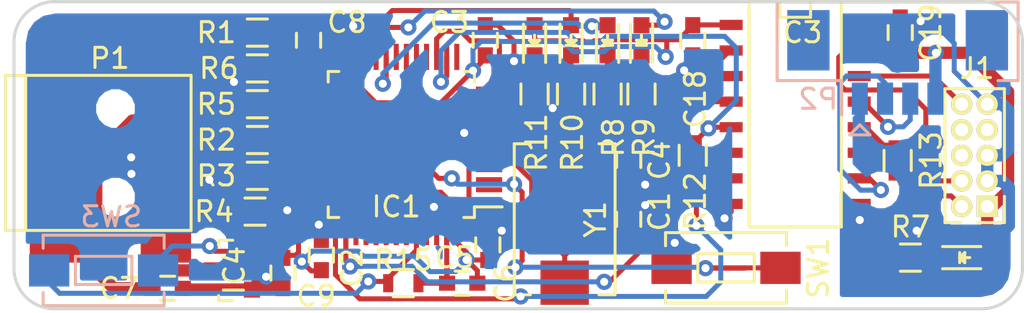
<source format=kicad_pcb>
(kicad_pcb (version 4) (host pcbnew 4.0.0-rc1-stable)

  (general
    (links 94)
    (no_connects 1)
    (area 177.924999 75.674999 228.075001 91.075001)
    (thickness 1.6)
    (drawings 8)
    (tracks 473)
    (zones 0)
    (modules 39)
    (nets 59)
  )

  (page A4)
  (layers
    (0 F.Cu signal)
    (31 B.Cu signal)
    (32 B.Adhes user hide)
    (33 F.Adhes user hide)
    (34 B.Paste user hide)
    (35 F.Paste user hide)
    (36 B.SilkS user)
    (37 F.SilkS user)
    (38 B.Mask user hide)
    (39 F.Mask user hide)
    (40 Dwgs.User user hide)
    (41 Cmts.User user hide)
    (42 Eco1.User user hide)
    (43 Eco2.User user hide)
    (44 Edge.Cuts user)
    (45 Margin user hide)
    (46 B.CrtYd user hide)
    (47 F.CrtYd user)
    (48 B.Fab user hide)
    (49 F.Fab user hide)
  )

  (setup
    (last_trace_width 0.6096)
    (user_trace_width 0.6096)
    (trace_clearance 0.2)
    (zone_clearance 0.508)
    (zone_45_only no)
    (trace_min 0.2)
    (segment_width 0.2)
    (edge_width 0.15)
    (via_size 0.8)
    (via_drill 0.4)
    (via_min_size 0.4)
    (via_min_drill 0.3)
    (user_via 0.8 0.4)
    (uvia_size 0.3)
    (uvia_drill 0.1)
    (uvias_allowed no)
    (uvia_min_size 0.2)
    (uvia_min_drill 0.1)
    (pcb_text_width 0.3)
    (pcb_text_size 1.5 1.5)
    (mod_edge_width 0.15)
    (mod_text_size 1 1)
    (mod_text_width 0.15)
    (pad_size 1.524 1.524)
    (pad_drill 0.762)
    (pad_to_mask_clearance 0.05)
    (aux_axis_origin 0 0)
    (grid_origin 178 91)
    (visible_elements 7FFFFF7F)
    (pcbplotparams
      (layerselection 0x00030_80000001)
      (usegerberextensions false)
      (excludeedgelayer true)
      (linewidth 0.100000)
      (plotframeref false)
      (viasonmask false)
      (mode 1)
      (useauxorigin false)
      (hpglpennumber 1)
      (hpglpenspeed 20)
      (hpglpendiameter 15)
      (hpglpenoverlay 2)
      (psnegative false)
      (psa4output false)
      (plotreference true)
      (plotvalue true)
      (plotinvisibletext false)
      (padsonsilk false)
      (subtractmaskfromsilk false)
      (outputformat 1)
      (mirror false)
      (drillshape 1)
      (scaleselection 1)
      (outputdirectory ""))
  )

  (net 0 "")
  (net 1 "Net-(C1-Pad1)")
  (net 2 GND)
  (net 3 +3V3)
  (net 4 "Net-(C4-Pad1)")
  (net 5 /Vbus)
  (net 6 GNDREF)
  (net 7 +3.3VP)
  (net 8 /LED0)
  (net 9 "Net-(D1-Pad1)")
  (net 10 /LED1)
  (net 11 "Net-(D2-Pad1)")
  (net 12 /LED2)
  (net 13 "Net-(D3-Pad1)")
  (net 14 "Net-(D4-Pad1)")
  (net 15 "Net-(D5-Pad1)")
  (net 16 "Net-(IC1-Pad2)")
  (net 17 "Net-(IC1-Pad3)")
  (net 18 "Net-(IC1-Pad4)")
  (net 19 "Net-(IC1-Pad10)")
  (net 20 "Net-(IC1-Pad11)")
  (net 21 /RST)
  (net 22 /TDI)
  (net 23 /SWDIO)
  (net 24 /SWCLK)
  (net 25 /SWO)
  (net 26 "Net-(IC1-Pad17)")
  (net 27 "Net-(IC1-Pad18)")
  (net 28 /PWR_BR)
  (net 29 "Net-(IC1-Pad25)")
  (net 30 "Net-(IC1-Pad26)")
  (net 31 "Net-(IC1-Pad27)")
  (net 32 "Net-(IC1-Pad28)")
  (net 33 "Net-(IC1-Pad29)")
  (net 34 "Net-(IC1-Pad32)")
  (net 35 "Net-(IC1-Pad33)")
  (net 36 "Net-(IC1-Pad38)")
  (net 37 "Net-(IC1-Pad39)")
  (net 38 "Net-(IC1-Pad42)")
  (net 39 "Net-(IC1-Pad43)")
  (net 40 "Net-(IC1-Pad44)")
  (net 41 "Net-(IC1-Pad45)")
  (net 42 "Net-(IC1-Pad46)")
  (net 43 "Net-(IC3-Pad14)")
  (net 44 "Net-(IC3-Pad12)")
  (net 45 "Net-(IC3-Pad11)")
  (net 46 "Net-(IC3-Pad6)")
  (net 47 "Net-(J1-Pad7)")
  (net 48 "Net-(P1-Pad2)")
  (net 49 "Net-(P1-Pad3)")
  (net 50 "Net-(P1-Pad5)")
  (net 51 "Net-(IC3-Pad15)")
  (net 52 /Tx)
  (net 53 /Rx)
  (net 54 /H_RST)
  (net 55 /H_SWCLK)
  (net 56 /H_SWDIO)
  (net 57 "Net-(J1-Pad6)")
  (net 58 "Net-(J1-Pad8)")

  (net_class Default "This is the default net class."
    (clearance 0.2)
    (trace_width 0.25)
    (via_dia 0.8)
    (via_drill 0.4)
    (uvia_dia 0.3)
    (uvia_drill 0.1)
    (add_net +3.3VP)
    (add_net +3V3)
    (add_net /H_RST)
    (add_net /H_SWCLK)
    (add_net /H_SWDIO)
    (add_net /LED0)
    (add_net /LED1)
    (add_net /LED2)
    (add_net /PWR_BR)
    (add_net /RST)
    (add_net /Rx)
    (add_net /SWCLK)
    (add_net /SWDIO)
    (add_net /SWO)
    (add_net /TDI)
    (add_net /Tx)
    (add_net /Vbus)
    (add_net GND)
    (add_net GNDREF)
    (add_net "Net-(C1-Pad1)")
    (add_net "Net-(C4-Pad1)")
    (add_net "Net-(D1-Pad1)")
    (add_net "Net-(D2-Pad1)")
    (add_net "Net-(D3-Pad1)")
    (add_net "Net-(D4-Pad1)")
    (add_net "Net-(D5-Pad1)")
    (add_net "Net-(IC1-Pad10)")
    (add_net "Net-(IC1-Pad11)")
    (add_net "Net-(IC1-Pad17)")
    (add_net "Net-(IC1-Pad18)")
    (add_net "Net-(IC1-Pad2)")
    (add_net "Net-(IC1-Pad25)")
    (add_net "Net-(IC1-Pad26)")
    (add_net "Net-(IC1-Pad27)")
    (add_net "Net-(IC1-Pad28)")
    (add_net "Net-(IC1-Pad29)")
    (add_net "Net-(IC1-Pad3)")
    (add_net "Net-(IC1-Pad32)")
    (add_net "Net-(IC1-Pad33)")
    (add_net "Net-(IC1-Pad38)")
    (add_net "Net-(IC1-Pad39)")
    (add_net "Net-(IC1-Pad4)")
    (add_net "Net-(IC1-Pad42)")
    (add_net "Net-(IC1-Pad43)")
    (add_net "Net-(IC1-Pad44)")
    (add_net "Net-(IC1-Pad45)")
    (add_net "Net-(IC1-Pad46)")
    (add_net "Net-(IC3-Pad11)")
    (add_net "Net-(IC3-Pad12)")
    (add_net "Net-(IC3-Pad14)")
    (add_net "Net-(IC3-Pad15)")
    (add_net "Net-(IC3-Pad6)")
    (add_net "Net-(J1-Pad6)")
    (add_net "Net-(J1-Pad7)")
    (add_net "Net-(J1-Pad8)")
    (add_net "Net-(P1-Pad2)")
    (add_net "Net-(P1-Pad3)")
    (add_net "Net-(P1-Pad5)")
  )

  (module SMD_Packages:SO-16-N (layer F.Cu) (tedit 0) (tstamp 563D4957)
    (at 216.735 81.348 270)
    (descr "Module CMS SOJ 16 pins large")
    (tags "CMS SOJ")
    (path /56303848)
    (attr smd)
    (fp_text reference IC3 (at -4.064 -0.127 360) (layer F.SilkS)
      (effects (font (size 1 1) (thickness 0.15)))
    )
    (fp_text value SI8662 (at 0 1.27 270) (layer F.Fab)
      (effects (font (size 1 1) (thickness 0.15)))
    )
    (fp_line (start -5.588 -0.762) (end -4.826 -0.762) (layer F.SilkS) (width 0.15))
    (fp_line (start -4.826 -0.762) (end -4.826 0.762) (layer F.SilkS) (width 0.15))
    (fp_line (start -4.826 0.762) (end -5.588 0.762) (layer F.SilkS) (width 0.15))
    (fp_line (start 5.588 -2.286) (end 5.588 2.286) (layer F.SilkS) (width 0.15))
    (fp_line (start 5.588 2.286) (end -5.588 2.286) (layer F.SilkS) (width 0.15))
    (fp_line (start -5.588 2.286) (end -5.588 -2.286) (layer F.SilkS) (width 0.15))
    (fp_line (start -5.588 -2.286) (end 5.588 -2.286) (layer F.SilkS) (width 0.15))
    (pad 16 smd rect (at -4.445 -3.175 270) (size 0.508 1.143) (layers F.Cu F.Paste F.Mask)
      (net 7 +3.3VP))
    (pad 14 smd rect (at -1.905 -3.175 270) (size 0.508 1.143) (layers F.Cu F.Paste F.Mask)
      (net 43 "Net-(IC3-Pad14)"))
    (pad 13 smd rect (at -0.635 -3.175 270) (size 0.508 1.143) (layers F.Cu F.Paste F.Mask)
      (net 52 /Tx))
    (pad 12 smd rect (at 0.635 -3.175 270) (size 0.508 1.143) (layers F.Cu F.Paste F.Mask)
      (net 44 "Net-(IC3-Pad12)"))
    (pad 11 smd rect (at 1.905 -3.175 270) (size 0.508 1.143) (layers F.Cu F.Paste F.Mask)
      (net 45 "Net-(IC3-Pad11)"))
    (pad 10 smd rect (at 3.175 -3.175 270) (size 0.508 1.143) (layers F.Cu F.Paste F.Mask)
      (net 53 /Rx))
    (pad 9 smd rect (at 4.445 -3.175 270) (size 0.508 1.143) (layers F.Cu F.Paste F.Mask)
      (net 6 GNDREF))
    (pad 8 smd rect (at 4.445 3.175 270) (size 0.508 1.143) (layers F.Cu F.Paste F.Mask)
      (net 2 GND))
    (pad 7 smd rect (at 3.175 3.175 270) (size 0.508 1.143) (layers F.Cu F.Paste F.Mask)
      (net 56 /H_SWDIO))
    (pad 6 smd rect (at 1.905 3.175 270) (size 0.508 1.143) (layers F.Cu F.Paste F.Mask)
      (net 46 "Net-(IC3-Pad6)"))
    (pad 5 smd rect (at 0.635 3.175 270) (size 0.508 1.143) (layers F.Cu F.Paste F.Mask)
      (net 23 /SWDIO))
    (pad 4 smd rect (at -0.635 3.175 270) (size 0.508 1.143) (layers F.Cu F.Paste F.Mask)
      (net 55 /H_SWCLK))
    (pad 3 smd rect (at -1.905 3.175 270) (size 0.508 1.143) (layers F.Cu F.Paste F.Mask)
      (net 21 /RST))
    (pad 2 smd rect (at -3.175 3.175 270) (size 0.508 1.143) (layers F.Cu F.Paste F.Mask)
      (net 24 /SWCLK))
    (pad 1 smd rect (at -4.445 3.175 270) (size 0.508 1.143) (layers F.Cu F.Paste F.Mask)
      (net 3 +3V3))
    (pad 15 smd rect (at -3.175 -3.175 270) (size 0.508 1.143) (layers F.Cu F.Paste F.Mask)
      (net 51 "Net-(IC3-Pad15)"))
    (model SMD_Packages.3dshapes/SO-16-N.wrl
      (at (xyz 0 0 0))
      (scale (xyz 0.5 0.4 0.5))
      (rotate (xyz 0 0 0))
    )
  )

  (module Resistors_SMD:R_0603 (layer F.Cu) (tedit 5415CC62) (tstamp 563D4A34)
    (at 190.065 79.062 180)
    (descr "Resistor SMD 0603, reflow soldering, Vishay (see dcrcw.pdf)")
    (tags "resistor 0603")
    (path /562E1B51)
    (attr smd)
    (fp_text reference R6 (at 1.905 0 180) (layer F.SilkS)
      (effects (font (size 1 1) (thickness 0.15)))
    )
    (fp_text value 10k (at 0 1.9 180) (layer F.Fab)
      (effects (font (size 1 1) (thickness 0.15)))
    )
    (fp_line (start -1.3 -0.8) (end 1.3 -0.8) (layer F.CrtYd) (width 0.05))
    (fp_line (start -1.3 0.8) (end 1.3 0.8) (layer F.CrtYd) (width 0.05))
    (fp_line (start -1.3 -0.8) (end -1.3 0.8) (layer F.CrtYd) (width 0.05))
    (fp_line (start 1.3 -0.8) (end 1.3 0.8) (layer F.CrtYd) (width 0.05))
    (fp_line (start 0.5 0.675) (end -0.5 0.675) (layer F.SilkS) (width 0.15))
    (fp_line (start -0.5 -0.675) (end 0.5 -0.675) (layer F.SilkS) (width 0.15))
    (pad 1 smd rect (at -0.75 0 180) (size 0.5 0.9) (layers F.Cu F.Paste F.Mask)
      (net 30 "Net-(IC1-Pad26)"))
    (pad 2 smd rect (at 0.75 0 180) (size 0.5 0.9) (layers F.Cu F.Paste F.Mask)
      (net 2 GND))
    (model Resistors_SMD.3dshapes/R_0603.wrl
      (at (xyz 0 0 0))
      (scale (xyz 1 1 1))
      (rotate (xyz 0 0 0))
    )
  )

  (module Connect:USB_Mini-B (layer F.Cu) (tedit 5543E571) (tstamp 563D49AD)
    (at 182.18084 83.25808)
    (descr "USB Mini-B 5-pin SMD connector")
    (tags "USB USB_B USB_Mini connector")
    (path /562D4DE4)
    (attr smd)
    (fp_text reference P1 (at 0.572 -4.699) (layer F.SilkS)
      (effects (font (size 1 1) (thickness 0.15)))
    )
    (fp_text value USB_B (at 0 -7.0993) (layer F.Fab)
      (effects (font (size 1 1) (thickness 0.15)))
    )
    (fp_line (start -4.85 -5.7) (end 4.85 -5.7) (layer F.CrtYd) (width 0.05))
    (fp_line (start 4.85 -5.7) (end 4.85 5.7) (layer F.CrtYd) (width 0.05))
    (fp_line (start 4.85 5.7) (end -4.85 5.7) (layer F.CrtYd) (width 0.05))
    (fp_line (start -4.85 5.7) (end -4.85 -5.7) (layer F.CrtYd) (width 0.05))
    (fp_line (start -3.59918 -3.85064) (end -3.59918 3.85064) (layer F.SilkS) (width 0.15))
    (fp_line (start -4.59994 -3.85064) (end -4.59994 3.85064) (layer F.SilkS) (width 0.15))
    (fp_line (start -4.59994 3.85064) (end 4.59994 3.85064) (layer F.SilkS) (width 0.15))
    (fp_line (start 4.59994 3.85064) (end 4.59994 -3.85064) (layer F.SilkS) (width 0.15))
    (fp_line (start 4.59994 -3.85064) (end -4.59994 -3.85064) (layer F.SilkS) (width 0.15))
    (pad 1 smd rect (at 3.44932 -1.6002) (size 2.30124 0.50038) (layers F.Cu F.Paste F.Mask)
      (net 5 /Vbus))
    (pad 2 smd rect (at 3.44932 -0.8001) (size 2.30124 0.50038) (layers F.Cu F.Paste F.Mask)
      (net 48 "Net-(P1-Pad2)"))
    (pad 3 smd rect (at 3.44932 0) (size 2.30124 0.50038) (layers F.Cu F.Paste F.Mask)
      (net 49 "Net-(P1-Pad3)"))
    (pad 4 smd rect (at 3.44932 0.8001) (size 2.30124 0.50038) (layers F.Cu F.Paste F.Mask)
      (net 2 GND))
    (pad 5 smd rect (at 3.44932 1.6002) (size 2.30124 0.50038) (layers F.Cu F.Paste F.Mask)
      (net 50 "Net-(P1-Pad5)"))
    (pad 6 smd rect (at 3.35026 -4.45008) (size 2.49936 1.99898) (layers F.Cu F.Paste F.Mask))
    (pad 6 smd rect (at -2.14884 -4.45008) (size 2.49936 1.99898) (layers F.Cu F.Paste F.Mask))
    (pad 6 smd rect (at 3.35026 4.45008) (size 2.49936 1.99898) (layers F.Cu F.Paste F.Mask))
    (pad 6 smd rect (at -2.14884 4.45008) (size 2.49936 1.99898) (layers F.Cu F.Paste F.Mask))
    (pad "" np_thru_hole circle (at 0.8509 -2.19964) (size 0.89916 0.89916) (drill 0.89916) (layers *.Cu *.Mask F.SilkS))
    (pad "" np_thru_hole circle (at 0.8509 2.19964) (size 0.89916 0.89916) (drill 0.89916) (layers *.Cu *.Mask F.SilkS))
  )

  (module Capacitors_SMD:C_0603 (layer F.Cu) (tedit 5415D631) (tstamp 563D47AE)
    (at 208.48 86.555 90)
    (descr "Capacitor SMD 0603, reflow soldering, AVX (see smccp.pdf)")
    (tags "capacitor 0603")
    (path /562DDFF0)
    (attr smd)
    (fp_text reference C1 (at 0.381 1.524 90) (layer F.SilkS)
      (effects (font (size 1 1) (thickness 0.15)))
    )
    (fp_text value C_Small (at 0 1.9 90) (layer F.Fab)
      (effects (font (size 1 1) (thickness 0.15)))
    )
    (fp_line (start -1.45 -0.75) (end 1.45 -0.75) (layer F.CrtYd) (width 0.05))
    (fp_line (start -1.45 0.75) (end 1.45 0.75) (layer F.CrtYd) (width 0.05))
    (fp_line (start -1.45 -0.75) (end -1.45 0.75) (layer F.CrtYd) (width 0.05))
    (fp_line (start 1.45 -0.75) (end 1.45 0.75) (layer F.CrtYd) (width 0.05))
    (fp_line (start -0.35 -0.6) (end 0.35 -0.6) (layer F.SilkS) (width 0.15))
    (fp_line (start 0.35 0.6) (end -0.35 0.6) (layer F.SilkS) (width 0.15))
    (pad 1 smd rect (at -0.75 0 90) (size 0.8 0.75) (layers F.Cu F.Paste F.Mask)
      (net 1 "Net-(C1-Pad1)"))
    (pad 2 smd rect (at 0.75 0 90) (size 0.8 0.75) (layers F.Cu F.Paste F.Mask)
      (net 2 GND))
    (model Capacitors_SMD.3dshapes/C_0603.wrl
      (at (xyz 0 0 0))
      (scale (xyz 1 1 1))
      (rotate (xyz 0 0 0))
    )
  )

  (module Capacitors_SMD:C_0603 (layer F.Cu) (tedit 5415D631) (tstamp 563D47BA)
    (at 193.24 88.333 90)
    (descr "Capacitor SMD 0603, reflow soldering, AVX (see smccp.pdf)")
    (tags "capacitor 0603")
    (path /562D6DCF)
    (attr smd)
    (fp_text reference C2 (at -0.635 1.524 90) (layer F.SilkS)
      (effects (font (size 1 1) (thickness 0.15)))
    )
    (fp_text value 100n (at 0 1.9 90) (layer F.Fab)
      (effects (font (size 1 1) (thickness 0.15)))
    )
    (fp_line (start -1.45 -0.75) (end 1.45 -0.75) (layer F.CrtYd) (width 0.05))
    (fp_line (start -1.45 0.75) (end 1.45 0.75) (layer F.CrtYd) (width 0.05))
    (fp_line (start -1.45 -0.75) (end -1.45 0.75) (layer F.CrtYd) (width 0.05))
    (fp_line (start 1.45 -0.75) (end 1.45 0.75) (layer F.CrtYd) (width 0.05))
    (fp_line (start -0.35 -0.6) (end 0.35 -0.6) (layer F.SilkS) (width 0.15))
    (fp_line (start 0.35 0.6) (end -0.35 0.6) (layer F.SilkS) (width 0.15))
    (pad 1 smd rect (at -0.75 0 90) (size 0.8 0.75) (layers F.Cu F.Paste F.Mask)
      (net 3 +3V3))
    (pad 2 smd rect (at 0.75 0 90) (size 0.8 0.75) (layers F.Cu F.Paste F.Mask)
      (net 2 GND))
    (model Capacitors_SMD.3dshapes/C_0603.wrl
      (at (xyz 0 0 0))
      (scale (xyz 1 1 1))
      (rotate (xyz 0 0 0))
    )
  )

  (module Capacitors_SMD:C_0603 (layer F.Cu) (tedit 5415D631) (tstamp 563D47C6)
    (at 201.368 77.665 90)
    (descr "Capacitor SMD 0603, reflow soldering, AVX (see smccp.pdf)")
    (tags "capacitor 0603")
    (path /562D6D8D)
    (attr smd)
    (fp_text reference C3 (at 0.889 -1.778 180) (layer F.SilkS)
      (effects (font (size 1 1) (thickness 0.15)))
    )
    (fp_text value 100n (at 0 1.9 90) (layer F.Fab)
      (effects (font (size 1 1) (thickness 0.15)))
    )
    (fp_line (start -1.45 -0.75) (end 1.45 -0.75) (layer F.CrtYd) (width 0.05))
    (fp_line (start -1.45 0.75) (end 1.45 0.75) (layer F.CrtYd) (width 0.05))
    (fp_line (start -1.45 -0.75) (end -1.45 0.75) (layer F.CrtYd) (width 0.05))
    (fp_line (start 1.45 -0.75) (end 1.45 0.75) (layer F.CrtYd) (width 0.05))
    (fp_line (start -0.35 -0.6) (end 0.35 -0.6) (layer F.SilkS) (width 0.15))
    (fp_line (start 0.35 0.6) (end -0.35 0.6) (layer F.SilkS) (width 0.15))
    (pad 1 smd rect (at -0.75 0 90) (size 0.8 0.75) (layers F.Cu F.Paste F.Mask)
      (net 3 +3V3))
    (pad 2 smd rect (at 0.75 0 90) (size 0.8 0.75) (layers F.Cu F.Paste F.Mask)
      (net 2 GND))
    (model Capacitors_SMD.3dshapes/C_0603.wrl
      (at (xyz 0 0 0))
      (scale (xyz 1 1 1))
      (rotate (xyz 0 0 0))
    )
  )

  (module Capacitors_SMD:C_0603 (layer F.Cu) (tedit 5415D631) (tstamp 563D47D2)
    (at 208.48 83.634 270)
    (descr "Capacitor SMD 0603, reflow soldering, AVX (see smccp.pdf)")
    (tags "capacitor 0603")
    (path /562DE174)
    (attr smd)
    (fp_text reference C4 (at 0 -1.524 270) (layer F.SilkS)
      (effects (font (size 1 1) (thickness 0.15)))
    )
    (fp_text value C_Small (at 0 1.9 270) (layer F.Fab)
      (effects (font (size 1 1) (thickness 0.15)))
    )
    (fp_line (start -1.45 -0.75) (end 1.45 -0.75) (layer F.CrtYd) (width 0.05))
    (fp_line (start -1.45 0.75) (end 1.45 0.75) (layer F.CrtYd) (width 0.05))
    (fp_line (start -1.45 -0.75) (end -1.45 0.75) (layer F.CrtYd) (width 0.05))
    (fp_line (start 1.45 -0.75) (end 1.45 0.75) (layer F.CrtYd) (width 0.05))
    (fp_line (start -0.35 -0.6) (end 0.35 -0.6) (layer F.SilkS) (width 0.15))
    (fp_line (start 0.35 0.6) (end -0.35 0.6) (layer F.SilkS) (width 0.15))
    (pad 1 smd rect (at -0.75 0 270) (size 0.8 0.75) (layers F.Cu F.Paste F.Mask)
      (net 4 "Net-(C4-Pad1)"))
    (pad 2 smd rect (at 0.75 0 270) (size 0.8 0.75) (layers F.Cu F.Paste F.Mask)
      (net 2 GND))
    (model Capacitors_SMD.3dshapes/C_0603.wrl
      (at (xyz 0 0 0))
      (scale (xyz 1 1 1))
      (rotate (xyz 0 0 0))
    )
  )

  (module Capacitors_SMD:C_0603 (layer F.Cu) (tedit 5415D631) (tstamp 563D47DE)
    (at 200.225 89.73 180)
    (descr "Capacitor SMD 0603, reflow soldering, AVX (see smccp.pdf)")
    (tags "capacitor 0603")
    (path /562D6D00)
    (attr smd)
    (fp_text reference C5 (at 0.381 1.27 360) (layer F.SilkS)
      (effects (font (size 1 1) (thickness 0.15)))
    )
    (fp_text value 100n (at 0 1.9 180) (layer F.Fab)
      (effects (font (size 1 1) (thickness 0.15)))
    )
    (fp_line (start -1.45 -0.75) (end 1.45 -0.75) (layer F.CrtYd) (width 0.05))
    (fp_line (start -1.45 0.75) (end 1.45 0.75) (layer F.CrtYd) (width 0.05))
    (fp_line (start -1.45 -0.75) (end -1.45 0.75) (layer F.CrtYd) (width 0.05))
    (fp_line (start 1.45 -0.75) (end 1.45 0.75) (layer F.CrtYd) (width 0.05))
    (fp_line (start -0.35 -0.6) (end 0.35 -0.6) (layer F.SilkS) (width 0.15))
    (fp_line (start 0.35 0.6) (end -0.35 0.6) (layer F.SilkS) (width 0.15))
    (pad 1 smd rect (at -0.75 0 180) (size 0.8 0.75) (layers F.Cu F.Paste F.Mask)
      (net 3 +3V3))
    (pad 2 smd rect (at 0.75 0 180) (size 0.8 0.75) (layers F.Cu F.Paste F.Mask)
      (net 2 GND))
    (model Capacitors_SMD.3dshapes/C_0603.wrl
      (at (xyz 0 0 0))
      (scale (xyz 1 1 1))
      (rotate (xyz 0 0 0))
    )
  )

  (module Capacitors_SMD:C_0603 (layer F.Cu) (tedit 5415D631) (tstamp 563D47EA)
    (at 201.495 87.825 90)
    (descr "Capacitor SMD 0603, reflow soldering, AVX (see smccp.pdf)")
    (tags "capacitor 0603")
    (path /562D6CC4)
    (attr smd)
    (fp_text reference C6 (at -1.905 0.889 90) (layer F.SilkS)
      (effects (font (size 1 1) (thickness 0.15)))
    )
    (fp_text value 100n (at 0 1.9 90) (layer F.Fab)
      (effects (font (size 1 1) (thickness 0.15)))
    )
    (fp_line (start -1.45 -0.75) (end 1.45 -0.75) (layer F.CrtYd) (width 0.05))
    (fp_line (start -1.45 0.75) (end 1.45 0.75) (layer F.CrtYd) (width 0.05))
    (fp_line (start -1.45 -0.75) (end -1.45 0.75) (layer F.CrtYd) (width 0.05))
    (fp_line (start 1.45 -0.75) (end 1.45 0.75) (layer F.CrtYd) (width 0.05))
    (fp_line (start -0.35 -0.6) (end 0.35 -0.6) (layer F.SilkS) (width 0.15))
    (fp_line (start 0.35 0.6) (end -0.35 0.6) (layer F.SilkS) (width 0.15))
    (pad 1 smd rect (at -0.75 0 90) (size 0.8 0.75) (layers F.Cu F.Paste F.Mask)
      (net 3 +3V3))
    (pad 2 smd rect (at 0.75 0 90) (size 0.8 0.75) (layers F.Cu F.Paste F.Mask)
      (net 2 GND))
    (model Capacitors_SMD.3dshapes/C_0603.wrl
      (at (xyz 0 0 0))
      (scale (xyz 1 1 1))
      (rotate (xyz 0 0 0))
    )
  )

  (module Capacitors_SMD:C_0603 (layer F.Cu) (tedit 5415D631) (tstamp 563D47F6)
    (at 185.62 89.984)
    (descr "Capacitor SMD 0603, reflow soldering, AVX (see smccp.pdf)")
    (tags "capacitor 0603")
    (path /562D5148)
    (attr smd)
    (fp_text reference C7 (at -2.413 0) (layer F.SilkS)
      (effects (font (size 1 1) (thickness 0.15)))
    )
    (fp_text value 4.7u (at 0 1.9) (layer F.Fab)
      (effects (font (size 1 1) (thickness 0.15)))
    )
    (fp_line (start -1.45 -0.75) (end 1.45 -0.75) (layer F.CrtYd) (width 0.05))
    (fp_line (start -1.45 0.75) (end 1.45 0.75) (layer F.CrtYd) (width 0.05))
    (fp_line (start -1.45 -0.75) (end -1.45 0.75) (layer F.CrtYd) (width 0.05))
    (fp_line (start 1.45 -0.75) (end 1.45 0.75) (layer F.CrtYd) (width 0.05))
    (fp_line (start -0.35 -0.6) (end 0.35 -0.6) (layer F.SilkS) (width 0.15))
    (fp_line (start 0.35 0.6) (end -0.35 0.6) (layer F.SilkS) (width 0.15))
    (pad 1 smd rect (at -0.75 0) (size 0.8 0.75) (layers F.Cu F.Paste F.Mask)
      (net 5 /Vbus))
    (pad 2 smd rect (at 0.75 0) (size 0.8 0.75) (layers F.Cu F.Paste F.Mask)
      (net 2 GND))
    (model Capacitors_SMD.3dshapes/C_0603.wrl
      (at (xyz 0 0 0))
      (scale (xyz 1 1 1))
      (rotate (xyz 0 0 0))
    )
  )

  (module Capacitors_SMD:C_0603 (layer F.Cu) (tedit 5415D631) (tstamp 563D4802)
    (at 192.605 77.665 90)
    (descr "Capacitor SMD 0603, reflow soldering, AVX (see smccp.pdf)")
    (tags "capacitor 0603")
    (path /562D67C7)
    (attr smd)
    (fp_text reference C8 (at 0.889 1.905 180) (layer F.SilkS)
      (effects (font (size 1 1) (thickness 0.15)))
    )
    (fp_text value 1u (at 0 1.9 90) (layer F.Fab)
      (effects (font (size 1 1) (thickness 0.15)))
    )
    (fp_line (start -1.45 -0.75) (end 1.45 -0.75) (layer F.CrtYd) (width 0.05))
    (fp_line (start -1.45 0.75) (end 1.45 0.75) (layer F.CrtYd) (width 0.05))
    (fp_line (start -1.45 -0.75) (end -1.45 0.75) (layer F.CrtYd) (width 0.05))
    (fp_line (start 1.45 -0.75) (end 1.45 0.75) (layer F.CrtYd) (width 0.05))
    (fp_line (start -0.35 -0.6) (end 0.35 -0.6) (layer F.SilkS) (width 0.15))
    (fp_line (start 0.35 0.6) (end -0.35 0.6) (layer F.SilkS) (width 0.15))
    (pad 1 smd rect (at -0.75 0 90) (size 0.8 0.75) (layers F.Cu F.Paste F.Mask)
      (net 3 +3V3))
    (pad 2 smd rect (at 0.75 0 90) (size 0.8 0.75) (layers F.Cu F.Paste F.Mask)
      (net 2 GND))
    (model Capacitors_SMD.3dshapes/C_0603.wrl
      (at (xyz 0 0 0))
      (scale (xyz 1 1 1))
      (rotate (xyz 0 0 0))
    )
  )

  (module Capacitors_SMD:C_0603 (layer F.Cu) (tedit 5415D631) (tstamp 563D480E)
    (at 191.335 89.222 270)
    (descr "Capacitor SMD 0603, reflow soldering, AVX (see smccp.pdf)")
    (tags "capacitor 0603")
    (path /562D5189)
    (attr smd)
    (fp_text reference C9 (at 1.143 -1.651 360) (layer F.SilkS)
      (effects (font (size 1 1) (thickness 0.15)))
    )
    (fp_text value 4.7u (at 0 1.9 270) (layer F.Fab)
      (effects (font (size 1 1) (thickness 0.15)))
    )
    (fp_line (start -1.45 -0.75) (end 1.45 -0.75) (layer F.CrtYd) (width 0.05))
    (fp_line (start -1.45 0.75) (end 1.45 0.75) (layer F.CrtYd) (width 0.05))
    (fp_line (start -1.45 -0.75) (end -1.45 0.75) (layer F.CrtYd) (width 0.05))
    (fp_line (start 1.45 -0.75) (end 1.45 0.75) (layer F.CrtYd) (width 0.05))
    (fp_line (start -0.35 -0.6) (end 0.35 -0.6) (layer F.SilkS) (width 0.15))
    (fp_line (start 0.35 0.6) (end -0.35 0.6) (layer F.SilkS) (width 0.15))
    (pad 1 smd rect (at -0.75 0 270) (size 0.8 0.75) (layers F.Cu F.Paste F.Mask)
      (net 3 +3V3))
    (pad 2 smd rect (at 0.75 0 270) (size 0.8 0.75) (layers F.Cu F.Paste F.Mask)
      (net 2 GND))
    (model Capacitors_SMD.3dshapes/C_0603.wrl
      (at (xyz 0 0 0))
      (scale (xyz 1 1 1))
      (rotate (xyz 0 0 0))
    )
  )

  (module Capacitors_SMD:C_0603 (layer F.Cu) (tedit 5415D631) (tstamp 563D486E)
    (at 211.655 77.665 270)
    (descr "Capacitor SMD 0603, reflow soldering, AVX (see smccp.pdf)")
    (tags "capacitor 0603")
    (path /56305657)
    (attr smd)
    (fp_text reference C18 (at 2.921 -0.127 270) (layer F.SilkS)
      (effects (font (size 1 1) (thickness 0.15)))
    )
    (fp_text value 100n (at 0 1.9 270) (layer F.Fab)
      (effects (font (size 1 1) (thickness 0.15)))
    )
    (fp_line (start -1.45 -0.75) (end 1.45 -0.75) (layer F.CrtYd) (width 0.05))
    (fp_line (start -1.45 0.75) (end 1.45 0.75) (layer F.CrtYd) (width 0.05))
    (fp_line (start -1.45 -0.75) (end -1.45 0.75) (layer F.CrtYd) (width 0.05))
    (fp_line (start 1.45 -0.75) (end 1.45 0.75) (layer F.CrtYd) (width 0.05))
    (fp_line (start -0.35 -0.6) (end 0.35 -0.6) (layer F.SilkS) (width 0.15))
    (fp_line (start 0.35 0.6) (end -0.35 0.6) (layer F.SilkS) (width 0.15))
    (pad 1 smd rect (at -0.75 0 270) (size 0.8 0.75) (layers F.Cu F.Paste F.Mask)
      (net 3 +3V3))
    (pad 2 smd rect (at 0.75 0 270) (size 0.8 0.75) (layers F.Cu F.Paste F.Mask)
      (net 2 GND))
    (model Capacitors_SMD.3dshapes/C_0603.wrl
      (at (xyz 0 0 0))
      (scale (xyz 1 1 1))
      (rotate (xyz 0 0 0))
    )
  )

  (module Capacitors_SMD:C_0603 (layer F.Cu) (tedit 5415D631) (tstamp 563D487A)
    (at 221.942 77.284 90)
    (descr "Capacitor SMD 0603, reflow soldering, AVX (see smccp.pdf)")
    (tags "capacitor 0603")
    (path /56305572)
    (attr smd)
    (fp_text reference C19 (at 0 1.512 90) (layer F.SilkS)
      (effects (font (size 1 1) (thickness 0.15)))
    )
    (fp_text value 100n (at 0 1.9 90) (layer F.Fab)
      (effects (font (size 1 1) (thickness 0.15)))
    )
    (fp_line (start -1.45 -0.75) (end 1.45 -0.75) (layer F.CrtYd) (width 0.05))
    (fp_line (start -1.45 0.75) (end 1.45 0.75) (layer F.CrtYd) (width 0.05))
    (fp_line (start -1.45 -0.75) (end -1.45 0.75) (layer F.CrtYd) (width 0.05))
    (fp_line (start 1.45 -0.75) (end 1.45 0.75) (layer F.CrtYd) (width 0.05))
    (fp_line (start -0.35 -0.6) (end 0.35 -0.6) (layer F.SilkS) (width 0.15))
    (fp_line (start 0.35 0.6) (end -0.35 0.6) (layer F.SilkS) (width 0.15))
    (pad 1 smd rect (at -0.75 0 90) (size 0.8 0.75) (layers F.Cu F.Paste F.Mask)
      (net 7 +3.3VP))
    (pad 2 smd rect (at 0.75 0 90) (size 0.8 0.75) (layers F.Cu F.Paste F.Mask)
      (net 6 GNDREF))
    (model Capacitors_SMD.3dshapes/C_0603.wrl
      (at (xyz 0 0 0))
      (scale (xyz 1 1 1))
      (rotate (xyz 0 0 0))
    )
  )

  (module LEDs:LED-0603 (layer F.Cu) (tedit 563E1396) (tstamp 563D488B)
    (at 207.432 77.665 90)
    (descr "LED 0603 smd package")
    (tags "LED led 0603 SMD smd SMT smt smdled SMDLED smtled SMTLED")
    (path /562E2C97)
    (attr smd)
    (fp_text reference D1 (at 0 -1.5 90) (layer F.SilkS) hide
      (effects (font (size 1 1) (thickness 0.15)))
    )
    (fp_text value LED (at 0 1.5 90) (layer F.Fab)
      (effects (font (size 1 1) (thickness 0.15)))
    )
    (fp_line (start -1.1 0.55) (end 0.8 0.55) (layer F.SilkS) (width 0.15))
    (fp_line (start -1.1 -0.55) (end 0.8 -0.55) (layer F.SilkS) (width 0.15))
    (fp_line (start -0.2 0) (end 0.25 0) (layer F.SilkS) (width 0.15))
    (fp_line (start -0.25 -0.25) (end -0.25 0.25) (layer F.SilkS) (width 0.15))
    (fp_line (start -0.25 0) (end 0 -0.25) (layer F.SilkS) (width 0.15))
    (fp_line (start 0 -0.25) (end 0 0.25) (layer F.SilkS) (width 0.15))
    (fp_line (start 0 0.25) (end -0.25 0) (layer F.SilkS) (width 0.15))
    (fp_line (start 1.4 -0.75) (end 1.4 0.75) (layer F.CrtYd) (width 0.05))
    (fp_line (start 1.4 0.75) (end -1.4 0.75) (layer F.CrtYd) (width 0.05))
    (fp_line (start -1.4 0.75) (end -1.4 -0.75) (layer F.CrtYd) (width 0.05))
    (fp_line (start -1.4 -0.75) (end 1.4 -0.75) (layer F.CrtYd) (width 0.05))
    (pad 2 smd rect (at 0.7493 0 270) (size 0.79756 0.79756) (layers F.Cu F.Paste F.Mask)
      (net 8 /LED0))
    (pad 1 smd rect (at -0.7493 0 270) (size 0.79756 0.79756) (layers F.Cu F.Paste F.Mask)
      (net 9 "Net-(D1-Pad1)"))
  )

  (module LEDs:LED-0603 (layer F.Cu) (tedit 563E1390) (tstamp 563D489C)
    (at 209.114 77.665 90)
    (descr "LED 0603 smd package")
    (tags "LED led 0603 SMD smd SMT smt smdled SMDLED smtled SMTLED")
    (path /562E2D2B)
    (attr smd)
    (fp_text reference D2 (at 0 -1.5 90) (layer F.SilkS) hide
      (effects (font (size 1 1) (thickness 0.15)))
    )
    (fp_text value LED (at 0 1.5 90) (layer F.Fab)
      (effects (font (size 1 1) (thickness 0.15)))
    )
    (fp_line (start -1.1 0.55) (end 0.8 0.55) (layer F.SilkS) (width 0.15))
    (fp_line (start -1.1 -0.55) (end 0.8 -0.55) (layer F.SilkS) (width 0.15))
    (fp_line (start -0.2 0) (end 0.25 0) (layer F.SilkS) (width 0.15))
    (fp_line (start -0.25 -0.25) (end -0.25 0.25) (layer F.SilkS) (width 0.15))
    (fp_line (start -0.25 0) (end 0 -0.25) (layer F.SilkS) (width 0.15))
    (fp_line (start 0 -0.25) (end 0 0.25) (layer F.SilkS) (width 0.15))
    (fp_line (start 0 0.25) (end -0.25 0) (layer F.SilkS) (width 0.15))
    (fp_line (start 1.4 -0.75) (end 1.4 0.75) (layer F.CrtYd) (width 0.05))
    (fp_line (start 1.4 0.75) (end -1.4 0.75) (layer F.CrtYd) (width 0.05))
    (fp_line (start -1.4 0.75) (end -1.4 -0.75) (layer F.CrtYd) (width 0.05))
    (fp_line (start -1.4 -0.75) (end 1.4 -0.75) (layer F.CrtYd) (width 0.05))
    (pad 2 smd rect (at 0.7493 0 270) (size 0.79756 0.79756) (layers F.Cu F.Paste F.Mask)
      (net 10 /LED1))
    (pad 1 smd rect (at -0.7493 0 270) (size 0.79756 0.79756) (layers F.Cu F.Paste F.Mask)
      (net 11 "Net-(D2-Pad1)"))
  )

  (module LEDs:LED-0603 (layer F.Cu) (tedit 563E1389) (tstamp 563D48AD)
    (at 205.622 77.665 90)
    (descr "LED 0603 smd package")
    (tags "LED led 0603 SMD smd SMT smt smdled SMDLED smtled SMTLED")
    (path /562E2E05)
    (attr smd)
    (fp_text reference D3 (at 2.21 0.064 90) (layer F.SilkS) hide
      (effects (font (size 1 1) (thickness 0.15)))
    )
    (fp_text value LED (at 0 1.5 90) (layer F.Fab)
      (effects (font (size 1 1) (thickness 0.15)))
    )
    (fp_line (start -1.1 0.55) (end 0.8 0.55) (layer F.SilkS) (width 0.15))
    (fp_line (start -1.1 -0.55) (end 0.8 -0.55) (layer F.SilkS) (width 0.15))
    (fp_line (start -0.2 0) (end 0.25 0) (layer F.SilkS) (width 0.15))
    (fp_line (start -0.25 -0.25) (end -0.25 0.25) (layer F.SilkS) (width 0.15))
    (fp_line (start -0.25 0) (end 0 -0.25) (layer F.SilkS) (width 0.15))
    (fp_line (start 0 -0.25) (end 0 0.25) (layer F.SilkS) (width 0.15))
    (fp_line (start 0 0.25) (end -0.25 0) (layer F.SilkS) (width 0.15))
    (fp_line (start 1.4 -0.75) (end 1.4 0.75) (layer F.CrtYd) (width 0.05))
    (fp_line (start 1.4 0.75) (end -1.4 0.75) (layer F.CrtYd) (width 0.05))
    (fp_line (start -1.4 0.75) (end -1.4 -0.75) (layer F.CrtYd) (width 0.05))
    (fp_line (start -1.4 -0.75) (end 1.4 -0.75) (layer F.CrtYd) (width 0.05))
    (pad 2 smd rect (at 0.7493 0 270) (size 0.79756 0.79756) (layers F.Cu F.Paste F.Mask)
      (net 12 /LED2))
    (pad 1 smd rect (at -0.7493 0 270) (size 0.79756 0.79756) (layers F.Cu F.Paste F.Mask)
      (net 13 "Net-(D3-Pad1)"))
  )

  (module LEDs:LED-0603 (layer F.Cu) (tedit 563E138C) (tstamp 563D48BE)
    (at 203.812 77.665 90)
    (descr "LED 0603 smd package")
    (tags "LED led 0603 SMD smd SMT smt smdled SMDLED smtled SMTLED")
    (path /562ED65A)
    (attr smd)
    (fp_text reference D4 (at 2.21 0.096 90) (layer F.SilkS) hide
      (effects (font (size 1 1) (thickness 0.15)))
    )
    (fp_text value LED (at 0 1.5 90) (layer F.Fab)
      (effects (font (size 1 1) (thickness 0.15)))
    )
    (fp_line (start -1.1 0.55) (end 0.8 0.55) (layer F.SilkS) (width 0.15))
    (fp_line (start -1.1 -0.55) (end 0.8 -0.55) (layer F.SilkS) (width 0.15))
    (fp_line (start -0.2 0) (end 0.25 0) (layer F.SilkS) (width 0.15))
    (fp_line (start -0.25 -0.25) (end -0.25 0.25) (layer F.SilkS) (width 0.15))
    (fp_line (start -0.25 0) (end 0 -0.25) (layer F.SilkS) (width 0.15))
    (fp_line (start 0 -0.25) (end 0 0.25) (layer F.SilkS) (width 0.15))
    (fp_line (start 0 0.25) (end -0.25 0) (layer F.SilkS) (width 0.15))
    (fp_line (start 1.4 -0.75) (end 1.4 0.75) (layer F.CrtYd) (width 0.05))
    (fp_line (start 1.4 0.75) (end -1.4 0.75) (layer F.CrtYd) (width 0.05))
    (fp_line (start -1.4 0.75) (end -1.4 -0.75) (layer F.CrtYd) (width 0.05))
    (fp_line (start -1.4 -0.75) (end 1.4 -0.75) (layer F.CrtYd) (width 0.05))
    (pad 2 smd rect (at 0.7493 0 270) (size 0.79756 0.79756) (layers F.Cu F.Paste F.Mask)
      (net 3 +3V3))
    (pad 1 smd rect (at -0.7493 0 270) (size 0.79756 0.79756) (layers F.Cu F.Paste F.Mask)
      (net 14 "Net-(D4-Pad1)"))
  )

  (module LEDs:LED-0603 (layer F.Cu) (tedit 563E13C9) (tstamp 563D48CF)
    (at 225.141846 88.46)
    (descr "LED 0603 smd package")
    (tags "LED led 0603 SMD smd SMT smt smdled SMDLED smtled SMTLED")
    (path /56311F84)
    (attr smd)
    (fp_text reference D5 (at 0 -1.5) (layer F.SilkS) hide
      (effects (font (size 1 1) (thickness 0.15)))
    )
    (fp_text value LED (at 0 1.5) (layer F.Fab)
      (effects (font (size 1 1) (thickness 0.15)))
    )
    (fp_line (start -1.1 0.55) (end 0.8 0.55) (layer F.SilkS) (width 0.15))
    (fp_line (start -1.1 -0.55) (end 0.8 -0.55) (layer F.SilkS) (width 0.15))
    (fp_line (start -0.2 0) (end 0.25 0) (layer F.SilkS) (width 0.15))
    (fp_line (start -0.25 -0.25) (end -0.25 0.25) (layer F.SilkS) (width 0.15))
    (fp_line (start -0.25 0) (end 0 -0.25) (layer F.SilkS) (width 0.15))
    (fp_line (start 0 -0.25) (end 0 0.25) (layer F.SilkS) (width 0.15))
    (fp_line (start 0 0.25) (end -0.25 0) (layer F.SilkS) (width 0.15))
    (fp_line (start 1.4 -0.75) (end 1.4 0.75) (layer F.CrtYd) (width 0.05))
    (fp_line (start 1.4 0.75) (end -1.4 0.75) (layer F.CrtYd) (width 0.05))
    (fp_line (start -1.4 0.75) (end -1.4 -0.75) (layer F.CrtYd) (width 0.05))
    (fp_line (start -1.4 -0.75) (end 1.4 -0.75) (layer F.CrtYd) (width 0.05))
    (pad 2 smd rect (at 0.7493 0 180) (size 0.79756 0.79756) (layers F.Cu F.Paste F.Mask)
      (net 7 +3.3VP))
    (pad 1 smd rect (at -0.7493 0 180) (size 0.79756 0.79756) (layers F.Cu F.Paste F.Mask)
      (net 15 "Net-(D5-Pad1)"))
  )

  (module Housings_QFP:LQFP-48_7x7mm_Pitch0.5mm (layer F.Cu) (tedit 54130A77) (tstamp 563D4921)
    (at 197.205 82.84 180)
    (descr "48 LEAD LQFP 7x7mm (see MICREL LQFP7x7-48LD-PL-1.pdf)")
    (tags "QFP 0.5")
    (path /562D4D29)
    (attr smd)
    (fp_text reference IC1 (at 0.254 -3.094 180) (layer F.SilkS)
      (effects (font (size 1 1) (thickness 0.15)))
    )
    (fp_text value STM32F103C (at 0 6 180) (layer F.Fab)
      (effects (font (size 1 1) (thickness 0.15)))
    )
    (fp_line (start -5.25 -5.25) (end -5.25 5.25) (layer F.CrtYd) (width 0.05))
    (fp_line (start 5.25 -5.25) (end 5.25 5.25) (layer F.CrtYd) (width 0.05))
    (fp_line (start -5.25 -5.25) (end 5.25 -5.25) (layer F.CrtYd) (width 0.05))
    (fp_line (start -5.25 5.25) (end 5.25 5.25) (layer F.CrtYd) (width 0.05))
    (fp_line (start -3.625 -3.625) (end -3.625 -3.1) (layer F.SilkS) (width 0.15))
    (fp_line (start 3.625 -3.625) (end 3.625 -3.1) (layer F.SilkS) (width 0.15))
    (fp_line (start 3.625 3.625) (end 3.625 3.1) (layer F.SilkS) (width 0.15))
    (fp_line (start -3.625 3.625) (end -3.625 3.1) (layer F.SilkS) (width 0.15))
    (fp_line (start -3.625 -3.625) (end -3.1 -3.625) (layer F.SilkS) (width 0.15))
    (fp_line (start -3.625 3.625) (end -3.1 3.625) (layer F.SilkS) (width 0.15))
    (fp_line (start 3.625 3.625) (end 3.1 3.625) (layer F.SilkS) (width 0.15))
    (fp_line (start 3.625 -3.625) (end 3.1 -3.625) (layer F.SilkS) (width 0.15))
    (fp_line (start -3.625 -3.1) (end -5 -3.1) (layer F.SilkS) (width 0.15))
    (pad 1 smd rect (at -4.35 -2.75 180) (size 1.3 0.25) (layers F.Cu F.Paste F.Mask)
      (net 3 +3V3))
    (pad 2 smd rect (at -4.35 -2.25 180) (size 1.3 0.25) (layers F.Cu F.Paste F.Mask)
      (net 16 "Net-(IC1-Pad2)"))
    (pad 3 smd rect (at -4.35 -1.75 180) (size 1.3 0.25) (layers F.Cu F.Paste F.Mask)
      (net 17 "Net-(IC1-Pad3)"))
    (pad 4 smd rect (at -4.35 -1.25 180) (size 1.3 0.25) (layers F.Cu F.Paste F.Mask)
      (net 18 "Net-(IC1-Pad4)"))
    (pad 5 smd rect (at -4.35 -0.75 180) (size 1.3 0.25) (layers F.Cu F.Paste F.Mask)
      (net 1 "Net-(C1-Pad1)"))
    (pad 6 smd rect (at -4.35 -0.25 180) (size 1.3 0.25) (layers F.Cu F.Paste F.Mask)
      (net 4 "Net-(C4-Pad1)"))
    (pad 7 smd rect (at -4.35 0.25 180) (size 1.3 0.25) (layers F.Cu F.Paste F.Mask)
      (net 54 /H_RST))
    (pad 8 smd rect (at -4.35 0.75 180) (size 1.3 0.25) (layers F.Cu F.Paste F.Mask)
      (net 2 GND))
    (pad 9 smd rect (at -4.35 1.25 180) (size 1.3 0.25) (layers F.Cu F.Paste F.Mask)
      (net 3 +3V3))
    (pad 10 smd rect (at -4.35 1.75 180) (size 1.3 0.25) (layers F.Cu F.Paste F.Mask)
      (net 19 "Net-(IC1-Pad10)"))
    (pad 11 smd rect (at -4.35 2.25 180) (size 1.3 0.25) (layers F.Cu F.Paste F.Mask)
      (net 20 "Net-(IC1-Pad11)"))
    (pad 12 smd rect (at -4.35 2.75 180) (size 1.3 0.25) (layers F.Cu F.Paste F.Mask)
      (net 21 /RST))
    (pad 13 smd rect (at -2.75 4.35 270) (size 1.3 0.25) (layers F.Cu F.Paste F.Mask)
      (net 22 /TDI))
    (pad 14 smd rect (at -2.25 4.35 270) (size 1.3 0.25) (layers F.Cu F.Paste F.Mask)
      (net 23 /SWDIO))
    (pad 15 smd rect (at -1.75 4.35 270) (size 1.3 0.25) (layers F.Cu F.Paste F.Mask)
      (net 24 /SWCLK))
    (pad 16 smd rect (at -1.25 4.35 270) (size 1.3 0.25) (layers F.Cu F.Paste F.Mask)
      (net 25 /SWO))
    (pad 17 smd rect (at -0.75 4.35 270) (size 1.3 0.25) (layers F.Cu F.Paste F.Mask)
      (net 26 "Net-(IC1-Pad17)"))
    (pad 18 smd rect (at -0.25 4.35 270) (size 1.3 0.25) (layers F.Cu F.Paste F.Mask)
      (net 27 "Net-(IC1-Pad18)"))
    (pad 19 smd rect (at 0.25 4.35 270) (size 1.3 0.25) (layers F.Cu F.Paste F.Mask)
      (net 28 /PWR_BR))
    (pad 20 smd rect (at 0.75 4.35 270) (size 1.3 0.25) (layers F.Cu F.Paste F.Mask)
      (net 8 /LED0))
    (pad 21 smd rect (at 1.25 4.35 270) (size 1.3 0.25) (layers F.Cu F.Paste F.Mask)
      (net 10 /LED1))
    (pad 22 smd rect (at 1.75 4.35 270) (size 1.3 0.25) (layers F.Cu F.Paste F.Mask)
      (net 12 /LED2))
    (pad 23 smd rect (at 2.25 4.35 270) (size 1.3 0.25) (layers F.Cu F.Paste F.Mask)
      (net 2 GND))
    (pad 24 smd rect (at 2.75 4.35 270) (size 1.3 0.25) (layers F.Cu F.Paste F.Mask)
      (net 3 +3V3))
    (pad 25 smd rect (at 4.35 2.75 180) (size 1.3 0.25) (layers F.Cu F.Paste F.Mask)
      (net 29 "Net-(IC1-Pad25)"))
    (pad 26 smd rect (at 4.35 2.25 180) (size 1.3 0.25) (layers F.Cu F.Paste F.Mask)
      (net 30 "Net-(IC1-Pad26)"))
    (pad 27 smd rect (at 4.35 1.75 180) (size 1.3 0.25) (layers F.Cu F.Paste F.Mask)
      (net 31 "Net-(IC1-Pad27)"))
    (pad 28 smd rect (at 4.35 1.25 180) (size 1.3 0.25) (layers F.Cu F.Paste F.Mask)
      (net 32 "Net-(IC1-Pad28)"))
    (pad 29 smd rect (at 4.35 0.75 180) (size 1.3 0.25) (layers F.Cu F.Paste F.Mask)
      (net 33 "Net-(IC1-Pad29)"))
    (pad 30 smd rect (at 4.35 0.25 180) (size 1.3 0.25) (layers F.Cu F.Paste F.Mask)
      (net 55 /H_SWCLK))
    (pad 31 smd rect (at 4.35 -0.25 180) (size 1.3 0.25) (layers F.Cu F.Paste F.Mask)
      (net 56 /H_SWDIO))
    (pad 32 smd rect (at 4.35 -0.75 180) (size 1.3 0.25) (layers F.Cu F.Paste F.Mask)
      (net 34 "Net-(IC1-Pad32)"))
    (pad 33 smd rect (at 4.35 -1.25 180) (size 1.3 0.25) (layers F.Cu F.Paste F.Mask)
      (net 35 "Net-(IC1-Pad33)"))
    (pad 34 smd rect (at 4.35 -1.75 180) (size 1.3 0.25) (layers F.Cu F.Paste F.Mask)
      (net 56 /H_SWDIO))
    (pad 35 smd rect (at 4.35 -2.25 180) (size 1.3 0.25) (layers F.Cu F.Paste F.Mask)
      (net 2 GND))
    (pad 36 smd rect (at 4.35 -2.75 180) (size 1.3 0.25) (layers F.Cu F.Paste F.Mask)
      (net 3 +3V3))
    (pad 37 smd rect (at 2.75 -4.35 270) (size 1.3 0.25) (layers F.Cu F.Paste F.Mask)
      (net 55 /H_SWCLK))
    (pad 38 smd rect (at 2.25 -4.35 270) (size 1.3 0.25) (layers F.Cu F.Paste F.Mask)
      (net 36 "Net-(IC1-Pad38)"))
    (pad 39 smd rect (at 1.75 -4.35 270) (size 1.3 0.25) (layers F.Cu F.Paste F.Mask)
      (net 37 "Net-(IC1-Pad39)"))
    (pad 40 smd rect (at 1.25 -4.35 270) (size 1.3 0.25) (layers F.Cu F.Paste F.Mask)
      (net 3 +3V3))
    (pad 41 smd rect (at 0.75 -4.35 270) (size 1.3 0.25) (layers F.Cu F.Paste F.Mask)
      (net 3 +3V3))
    (pad 42 smd rect (at 0.25 -4.35 270) (size 1.3 0.25) (layers F.Cu F.Paste F.Mask)
      (net 38 "Net-(IC1-Pad42)"))
    (pad 43 smd rect (at -0.25 -4.35 270) (size 1.3 0.25) (layers F.Cu F.Paste F.Mask)
      (net 39 "Net-(IC1-Pad43)"))
    (pad 44 smd rect (at -0.75 -4.35 270) (size 1.3 0.25) (layers F.Cu F.Paste F.Mask)
      (net 40 "Net-(IC1-Pad44)"))
    (pad 45 smd rect (at -1.25 -4.35 270) (size 1.3 0.25) (layers F.Cu F.Paste F.Mask)
      (net 41 "Net-(IC1-Pad45)"))
    (pad 46 smd rect (at -1.75 -4.35 270) (size 1.3 0.25) (layers F.Cu F.Paste F.Mask)
      (net 42 "Net-(IC1-Pad46)"))
    (pad 47 smd rect (at -2.25 -4.35 270) (size 1.3 0.25) (layers F.Cu F.Paste F.Mask)
      (net 2 GND))
    (pad 48 smd rect (at -2.75 -4.35 270) (size 1.3 0.25) (layers F.Cu F.Paste F.Mask)
      (net 3 +3V3))
    (model Housings_QFP.3dshapes/LQFP-48_7x7mm_Pitch0.5mm.wrl
      (at (xyz 0 0 0))
      (scale (xyz 1 1 1))
      (rotate (xyz 0 0 0))
    )
  )

  (module TO_SOT_Packages_SMD:SOT-23 (layer F.Cu) (tedit 553634F8) (tstamp 563D4967)
    (at 188.795 89.095 90)
    (descr "SOT-23, Standard")
    (tags SOT-23)
    (path /563D2E14)
    (attr smd)
    (fp_text reference IC4 (at 0 0.127 90) (layer F.SilkS)
      (effects (font (size 1 1) (thickness 0.15)))
    )
    (fp_text value MCP1700-33 (at 0 2.3 90) (layer F.Fab)
      (effects (font (size 1 1) (thickness 0.15)))
    )
    (fp_line (start -1.65 -1.6) (end 1.65 -1.6) (layer F.CrtYd) (width 0.05))
    (fp_line (start 1.65 -1.6) (end 1.65 1.6) (layer F.CrtYd) (width 0.05))
    (fp_line (start 1.65 1.6) (end -1.65 1.6) (layer F.CrtYd) (width 0.05))
    (fp_line (start -1.65 1.6) (end -1.65 -1.6) (layer F.CrtYd) (width 0.05))
    (fp_line (start 1.29916 -0.65024) (end 1.2509 -0.65024) (layer F.SilkS) (width 0.15))
    (fp_line (start -1.49982 0.0508) (end -1.49982 -0.65024) (layer F.SilkS) (width 0.15))
    (fp_line (start -1.49982 -0.65024) (end -1.2509 -0.65024) (layer F.SilkS) (width 0.15))
    (fp_line (start 1.29916 -0.65024) (end 1.49982 -0.65024) (layer F.SilkS) (width 0.15))
    (fp_line (start 1.49982 -0.65024) (end 1.49982 0.0508) (layer F.SilkS) (width 0.15))
    (pad 1 smd rect (at -0.95 1.00076 90) (size 0.8001 0.8001) (layers F.Cu F.Paste F.Mask)
      (net 2 GND))
    (pad 2 smd rect (at 0.95 1.00076 90) (size 0.8001 0.8001) (layers F.Cu F.Paste F.Mask)
      (net 3 +3V3))
    (pad 3 smd rect (at 0 -0.99822 90) (size 0.8001 0.8001) (layers F.Cu F.Paste F.Mask)
      (net 5 /Vbus))
    (model TO_SOT_Packages_SMD.3dshapes/SOT-23.wrl
      (at (xyz 0 0 0))
      (scale (xyz 1 1 1))
      (rotate (xyz 0 0 0))
    )
  )

  (module Connectors_Molex:Connector_Molex_PicoBlade_53261-0471 (layer B.Cu) (tedit 0) (tstamp 563D49CC)
    (at 221.815 77.665)
    (descr "Molex PicoBlade 1.25mm shrouded header. Right-angled, SMD. 4 ways")
    (path /563E0D89)
    (fp_text reference P2 (at -3.937 2.921) (layer B.SilkS)
      (effects (font (size 1 1) (thickness 0.15)) (justify mirror))
    )
    (fp_text value CONN_01X04 (at 0 -3.3) (layer B.Fab)
      (effects (font (size 1 1) (thickness 0.15)) (justify mirror))
    )
    (fp_line (start -2.775 3.7) (end -2.775 2) (layer B.SilkS) (width 0.15))
    (fp_line (start -2.775 2) (end -5.975 2) (layer B.SilkS) (width 0.15))
    (fp_line (start -5.975 2) (end -5.975 -1.9) (layer B.SilkS) (width 0.15))
    (fp_line (start -5.975 -1.9) (end 5.975 -1.9) (layer B.SilkS) (width 0.15))
    (fp_line (start 5.975 -1.9) (end 5.975 2) (layer B.SilkS) (width 0.15))
    (fp_line (start 5.975 2) (end 4.975 2) (layer B.SilkS) (width 0.15))
    (fp_line (start -1.875 4.2) (end -2.375 4.7) (layer B.SilkS) (width 0.15))
    (fp_line (start -2.375 4.7) (end -1.375 4.7) (layer B.SilkS) (width 0.15))
    (fp_line (start -1.375 4.7) (end -1.875 4.2) (layer B.SilkS) (width 0.15))
    (fp_line (start -3.375 2.1) (end -3.375 -1.9) (layer B.Fab) (width 0.2))
    (fp_line (start -3.375 -1.9) (end 3.375 -1.9) (layer B.Fab) (width 0.2))
    (fp_line (start 3.375 -1.9) (end 3.375 2.1) (layer B.Fab) (width 0.2))
    (fp_line (start 3.375 2.1) (end -3.375 2.1) (layer B.Fab) (width 0.2))
    (fp_line (start 3.375 1.5) (end 5.475 1.5) (layer B.Fab) (width 0.2))
    (fp_line (start 5.475 1.5) (end 5.475 -1.5) (layer B.Fab) (width 0.2))
    (fp_line (start 5.475 -1.5) (end 3.375 -1.5) (layer B.Fab) (width 0.2))
    (fp_line (start -3.375 1.5) (end -5.475 1.5) (layer B.Fab) (width 0.2))
    (fp_line (start -5.475 1.5) (end -5.475 -1.5) (layer B.Fab) (width 0.2))
    (fp_line (start -5.475 -1.5) (end -3.375 -1.5) (layer B.Fab) (width 0.2))
    (fp_line (start -3.375 2.1) (end -1.875 0.6) (layer B.Fab) (width 0.2))
    (fp_line (start -1.875 0.6) (end -0.375 2.1) (layer B.Fab) (width 0.2))
    (pad 1 smd rect (at -1.875 2.9) (size 0.8 1.6) (layers B.Cu B.Paste B.Mask)
      (net 6 GNDREF))
    (pad 2 smd rect (at -0.625 2.9) (size 0.8 1.6) (layers B.Cu B.Paste B.Mask)
      (net 53 /Rx))
    (pad 3 smd rect (at 0.625 2.9) (size 0.8 1.6) (layers B.Cu B.Paste B.Mask)
      (net 52 /Tx))
    (pad 4 smd rect (at 1.875 2.9) (size 0.8 1.6) (layers B.Cu B.Paste B.Mask)
      (net 7 +3.3VP))
    (pad "" smd rect (at -4.425 0) (size 2.1 3) (layers B.Cu B.Paste B.Mask))
    (pad "" smd rect (at 4.425 0) (size 2.1 3) (layers B.Cu B.Paste B.Mask))
  )

  (module Resistors_SMD:R_0603 (layer F.Cu) (tedit 5415CC62) (tstamp 563D49F8)
    (at 190.065 77.284)
    (descr "Resistor SMD 0603, reflow soldering, Vishay (see dcrcw.pdf)")
    (tags "resistor 0603")
    (path /562DCAC4)
    (attr smd)
    (fp_text reference R1 (at -2.032 0) (layer F.SilkS)
      (effects (font (size 1 1) (thickness 0.15)))
    )
    (fp_text value 10k (at 0 1.9) (layer F.Fab)
      (effects (font (size 1 1) (thickness 0.15)))
    )
    (fp_line (start -1.3 -0.8) (end 1.3 -0.8) (layer F.CrtYd) (width 0.05))
    (fp_line (start -1.3 0.8) (end 1.3 0.8) (layer F.CrtYd) (width 0.05))
    (fp_line (start -1.3 -0.8) (end -1.3 0.8) (layer F.CrtYd) (width 0.05))
    (fp_line (start 1.3 -0.8) (end 1.3 0.8) (layer F.CrtYd) (width 0.05))
    (fp_line (start 0.5 0.675) (end -0.5 0.675) (layer F.SilkS) (width 0.15))
    (fp_line (start -0.5 -0.675) (end 0.5 -0.675) (layer F.SilkS) (width 0.15))
    (pad 1 smd rect (at -0.75 0) (size 0.5 0.9) (layers F.Cu F.Paste F.Mask)
      (net 29 "Net-(IC1-Pad25)"))
    (pad 2 smd rect (at 0.75 0) (size 0.5 0.9) (layers F.Cu F.Paste F.Mask)
      (net 3 +3V3))
    (model Resistors_SMD.3dshapes/R_0603.wrl
      (at (xyz 0 0 0))
      (scale (xyz 1 1 1))
      (rotate (xyz 0 0 0))
    )
  )

  (module Resistors_SMD:R_0603 (layer F.Cu) (tedit 5415CC62) (tstamp 563D4A04)
    (at 190.065 82.618 180)
    (descr "Resistor SMD 0603, reflow soldering, Vishay (see dcrcw.pdf)")
    (tags "resistor 0603")
    (path /562DD801)
    (attr smd)
    (fp_text reference R2 (at 2.032 0 180) (layer F.SilkS)
      (effects (font (size 1 1) (thickness 0.15)))
    )
    (fp_text value 1.5k (at 0 1.9 180) (layer F.Fab)
      (effects (font (size 1 1) (thickness 0.15)))
    )
    (fp_line (start -1.3 -0.8) (end 1.3 -0.8) (layer F.CrtYd) (width 0.05))
    (fp_line (start -1.3 0.8) (end 1.3 0.8) (layer F.CrtYd) (width 0.05))
    (fp_line (start -1.3 -0.8) (end -1.3 0.8) (layer F.CrtYd) (width 0.05))
    (fp_line (start 1.3 -0.8) (end 1.3 0.8) (layer F.CrtYd) (width 0.05))
    (fp_line (start 0.5 0.675) (end -0.5 0.675) (layer F.SilkS) (width 0.15))
    (fp_line (start -0.5 -0.675) (end 0.5 -0.675) (layer F.SilkS) (width 0.15))
    (pad 1 smd rect (at -0.75 0 180) (size 0.5 0.9) (layers F.Cu F.Paste F.Mask)
      (net 33 "Net-(IC1-Pad29)"))
    (pad 2 smd rect (at 0.75 0 180) (size 0.5 0.9) (layers F.Cu F.Paste F.Mask)
      (net 49 "Net-(P1-Pad3)"))
    (model Resistors_SMD.3dshapes/R_0603.wrl
      (at (xyz 0 0 0))
      (scale (xyz 1 1 1))
      (rotate (xyz 0 0 0))
    )
  )

  (module Resistors_SMD:R_0603 (layer F.Cu) (tedit 5415CC62) (tstamp 563D4A10)
    (at 190.065 84.396 180)
    (descr "Resistor SMD 0603, reflow soldering, Vishay (see dcrcw.pdf)")
    (tags "resistor 0603")
    (path /562D5B71)
    (attr smd)
    (fp_text reference R3 (at 2.032 0 180) (layer F.SilkS)
      (effects (font (size 1 1) (thickness 0.15)))
    )
    (fp_text value 22 (at 0 1.9 180) (layer F.Fab)
      (effects (font (size 1 1) (thickness 0.15)))
    )
    (fp_line (start -1.3 -0.8) (end 1.3 -0.8) (layer F.CrtYd) (width 0.05))
    (fp_line (start -1.3 0.8) (end 1.3 0.8) (layer F.CrtYd) (width 0.05))
    (fp_line (start -1.3 -0.8) (end -1.3 0.8) (layer F.CrtYd) (width 0.05))
    (fp_line (start 1.3 -0.8) (end 1.3 0.8) (layer F.CrtYd) (width 0.05))
    (fp_line (start 0.5 0.675) (end -0.5 0.675) (layer F.SilkS) (width 0.15))
    (fp_line (start -0.5 -0.675) (end 0.5 -0.675) (layer F.SilkS) (width 0.15))
    (pad 1 smd rect (at -0.75 0 180) (size 0.5 0.9) (layers F.Cu F.Paste F.Mask)
      (net 34 "Net-(IC1-Pad32)"))
    (pad 2 smd rect (at 0.75 0 180) (size 0.5 0.9) (layers F.Cu F.Paste F.Mask)
      (net 48 "Net-(P1-Pad2)"))
    (model Resistors_SMD.3dshapes/R_0603.wrl
      (at (xyz 0 0 0))
      (scale (xyz 1 1 1))
      (rotate (xyz 0 0 0))
    )
  )

  (module Resistors_SMD:R_0603 (layer F.Cu) (tedit 5415CC62) (tstamp 563D4A1C)
    (at 189.95 86.174)
    (descr "Resistor SMD 0603, reflow soldering, Vishay (see dcrcw.pdf)")
    (tags "resistor 0603")
    (path /562D5C77)
    (attr smd)
    (fp_text reference R4 (at -2.032 0) (layer F.SilkS)
      (effects (font (size 1 1) (thickness 0.15)))
    )
    (fp_text value 22 (at 0 1.9) (layer F.Fab)
      (effects (font (size 1 1) (thickness 0.15)))
    )
    (fp_line (start -1.3 -0.8) (end 1.3 -0.8) (layer F.CrtYd) (width 0.05))
    (fp_line (start -1.3 0.8) (end 1.3 0.8) (layer F.CrtYd) (width 0.05))
    (fp_line (start -1.3 -0.8) (end -1.3 0.8) (layer F.CrtYd) (width 0.05))
    (fp_line (start 1.3 -0.8) (end 1.3 0.8) (layer F.CrtYd) (width 0.05))
    (fp_line (start 0.5 0.675) (end -0.5 0.675) (layer F.SilkS) (width 0.15))
    (fp_line (start -0.5 -0.675) (end 0.5 -0.675) (layer F.SilkS) (width 0.15))
    (pad 1 smd rect (at -0.75 0) (size 0.5 0.9) (layers F.Cu F.Paste F.Mask)
      (net 49 "Net-(P1-Pad3)"))
    (pad 2 smd rect (at 0.75 0) (size 0.5 0.9) (layers F.Cu F.Paste F.Mask)
      (net 35 "Net-(IC1-Pad33)"))
    (model Resistors_SMD.3dshapes/R_0603.wrl
      (at (xyz 0 0 0))
      (scale (xyz 1 1 1))
      (rotate (xyz 0 0 0))
    )
  )

  (module Resistors_SMD:R_0603 (layer F.Cu) (tedit 5415CC62) (tstamp 563D4A28)
    (at 190.065 80.84)
    (descr "Resistor SMD 0603, reflow soldering, Vishay (see dcrcw.pdf)")
    (tags "resistor 0603")
    (path /562E1990)
    (attr smd)
    (fp_text reference R5 (at -2.032 0) (layer F.SilkS)
      (effects (font (size 1 1) (thickness 0.15)))
    )
    (fp_text value 4.7k (at 0 1.9) (layer F.Fab)
      (effects (font (size 1 1) (thickness 0.15)))
    )
    (fp_line (start -1.3 -0.8) (end 1.3 -0.8) (layer F.CrtYd) (width 0.05))
    (fp_line (start -1.3 0.8) (end 1.3 0.8) (layer F.CrtYd) (width 0.05))
    (fp_line (start -1.3 -0.8) (end -1.3 0.8) (layer F.CrtYd) (width 0.05))
    (fp_line (start 1.3 -0.8) (end 1.3 0.8) (layer F.CrtYd) (width 0.05))
    (fp_line (start 0.5 0.675) (end -0.5 0.675) (layer F.SilkS) (width 0.15))
    (fp_line (start -0.5 -0.675) (end 0.5 -0.675) (layer F.SilkS) (width 0.15))
    (pad 1 smd rect (at -0.75 0) (size 0.5 0.9) (layers F.Cu F.Paste F.Mask)
      (net 5 /Vbus))
    (pad 2 smd rect (at 0.75 0) (size 0.5 0.9) (layers F.Cu F.Paste F.Mask)
      (net 30 "Net-(IC1-Pad26)"))
    (model Resistors_SMD.3dshapes/R_0603.wrl
      (at (xyz 0 0 0))
      (scale (xyz 1 1 1))
      (rotate (xyz 0 0 0))
    )
  )

  (module Resistors_SMD:R_0603 (layer F.Cu) (tedit 5415CC62) (tstamp 563D4A40)
    (at 222.45 88.46 180)
    (descr "Resistor SMD 0603, reflow soldering, Vishay (see dcrcw.pdf)")
    (tags "resistor 0603")
    (path /56311F92)
    (attr smd)
    (fp_text reference R7 (at 0 1.524 180) (layer F.SilkS)
      (effects (font (size 1 1) (thickness 0.15)))
    )
    (fp_text value 330 (at 0 1.9 180) (layer F.Fab)
      (effects (font (size 1 1) (thickness 0.15)))
    )
    (fp_line (start -1.3 -0.8) (end 1.3 -0.8) (layer F.CrtYd) (width 0.05))
    (fp_line (start -1.3 0.8) (end 1.3 0.8) (layer F.CrtYd) (width 0.05))
    (fp_line (start -1.3 -0.8) (end -1.3 0.8) (layer F.CrtYd) (width 0.05))
    (fp_line (start 1.3 -0.8) (end 1.3 0.8) (layer F.CrtYd) (width 0.05))
    (fp_line (start 0.5 0.675) (end -0.5 0.675) (layer F.SilkS) (width 0.15))
    (fp_line (start -0.5 -0.675) (end 0.5 -0.675) (layer F.SilkS) (width 0.15))
    (pad 1 smd rect (at -0.75 0 180) (size 0.5 0.9) (layers F.Cu F.Paste F.Mask)
      (net 15 "Net-(D5-Pad1)"))
    (pad 2 smd rect (at 0.75 0 180) (size 0.5 0.9) (layers F.Cu F.Paste F.Mask)
      (net 6 GNDREF))
    (model Resistors_SMD.3dshapes/R_0603.wrl
      (at (xyz 0 0 0))
      (scale (xyz 1 1 1))
      (rotate (xyz 0 0 0))
    )
  )

  (module Resistors_SMD:R_0603 (layer F.Cu) (tedit 5415CC62) (tstamp 563D4A4C)
    (at 207.432 80.335 270)
    (descr "Resistor SMD 0603, reflow soldering, Vishay (see dcrcw.pdf)")
    (tags "resistor 0603")
    (path /562EC6F5)
    (attr smd)
    (fp_text reference R8 (at 2.156 -0.286 270) (layer F.SilkS)
      (effects (font (size 1 1) (thickness 0.15)))
    )
    (fp_text value 330 (at 0 1.9 270) (layer F.Fab)
      (effects (font (size 1 1) (thickness 0.15)))
    )
    (fp_line (start -1.3 -0.8) (end 1.3 -0.8) (layer F.CrtYd) (width 0.05))
    (fp_line (start -1.3 0.8) (end 1.3 0.8) (layer F.CrtYd) (width 0.05))
    (fp_line (start -1.3 -0.8) (end -1.3 0.8) (layer F.CrtYd) (width 0.05))
    (fp_line (start 1.3 -0.8) (end 1.3 0.8) (layer F.CrtYd) (width 0.05))
    (fp_line (start 0.5 0.675) (end -0.5 0.675) (layer F.SilkS) (width 0.15))
    (fp_line (start -0.5 -0.675) (end 0.5 -0.675) (layer F.SilkS) (width 0.15))
    (pad 1 smd rect (at -0.75 0 270) (size 0.5 0.9) (layers F.Cu F.Paste F.Mask)
      (net 9 "Net-(D1-Pad1)"))
    (pad 2 smd rect (at 0.75 0 270) (size 0.5 0.9) (layers F.Cu F.Paste F.Mask)
      (net 2 GND))
    (model Resistors_SMD.3dshapes/R_0603.wrl
      (at (xyz 0 0 0))
      (scale (xyz 1 1 1))
      (rotate (xyz 0 0 0))
    )
  )

  (module Resistors_SMD:R_0603 (layer F.Cu) (tedit 5415CC62) (tstamp 563D4A58)
    (at 209.114 80.335 270)
    (descr "Resistor SMD 0603, reflow soldering, Vishay (see dcrcw.pdf)")
    (tags "resistor 0603")
    (path /562EC819)
    (attr smd)
    (fp_text reference R9 (at 2.156 -0.128 270) (layer F.SilkS)
      (effects (font (size 1 1) (thickness 0.15)))
    )
    (fp_text value 330 (at 0 1.9 270) (layer F.Fab)
      (effects (font (size 1 1) (thickness 0.15)))
    )
    (fp_line (start -1.3 -0.8) (end 1.3 -0.8) (layer F.CrtYd) (width 0.05))
    (fp_line (start -1.3 0.8) (end 1.3 0.8) (layer F.CrtYd) (width 0.05))
    (fp_line (start -1.3 -0.8) (end -1.3 0.8) (layer F.CrtYd) (width 0.05))
    (fp_line (start 1.3 -0.8) (end 1.3 0.8) (layer F.CrtYd) (width 0.05))
    (fp_line (start 0.5 0.675) (end -0.5 0.675) (layer F.SilkS) (width 0.15))
    (fp_line (start -0.5 -0.675) (end 0.5 -0.675) (layer F.SilkS) (width 0.15))
    (pad 1 smd rect (at -0.75 0 270) (size 0.5 0.9) (layers F.Cu F.Paste F.Mask)
      (net 11 "Net-(D2-Pad1)"))
    (pad 2 smd rect (at 0.75 0 270) (size 0.5 0.9) (layers F.Cu F.Paste F.Mask)
      (net 2 GND))
    (model Resistors_SMD.3dshapes/R_0603.wrl
      (at (xyz 0 0 0))
      (scale (xyz 1 1 1))
      (rotate (xyz 0 0 0))
    )
  )

  (module Resistors_SMD:R_0603 (layer F.Cu) (tedit 5415CC62) (tstamp 563D4A64)
    (at 205.622 80.335 270)
    (descr "Resistor SMD 0603, reflow soldering, Vishay (see dcrcw.pdf)")
    (tags "resistor 0603")
    (path /562EC8A3)
    (attr smd)
    (fp_text reference R10 (at 2.41 -0.064 270) (layer F.SilkS)
      (effects (font (size 1 1) (thickness 0.15)))
    )
    (fp_text value 330 (at 0 1.9 270) (layer F.Fab)
      (effects (font (size 1 1) (thickness 0.15)))
    )
    (fp_line (start -1.3 -0.8) (end 1.3 -0.8) (layer F.CrtYd) (width 0.05))
    (fp_line (start -1.3 0.8) (end 1.3 0.8) (layer F.CrtYd) (width 0.05))
    (fp_line (start -1.3 -0.8) (end -1.3 0.8) (layer F.CrtYd) (width 0.05))
    (fp_line (start 1.3 -0.8) (end 1.3 0.8) (layer F.CrtYd) (width 0.05))
    (fp_line (start 0.5 0.675) (end -0.5 0.675) (layer F.SilkS) (width 0.15))
    (fp_line (start -0.5 -0.675) (end 0.5 -0.675) (layer F.SilkS) (width 0.15))
    (pad 1 smd rect (at -0.75 0 270) (size 0.5 0.9) (layers F.Cu F.Paste F.Mask)
      (net 13 "Net-(D3-Pad1)"))
    (pad 2 smd rect (at 0.75 0 270) (size 0.5 0.9) (layers F.Cu F.Paste F.Mask)
      (net 2 GND))
    (model Resistors_SMD.3dshapes/R_0603.wrl
      (at (xyz 0 0 0))
      (scale (xyz 1 1 1))
      (rotate (xyz 0 0 0))
    )
  )

  (module Resistors_SMD:R_0603 (layer F.Cu) (tedit 5415CC62) (tstamp 563D4A70)
    (at 203.812 80.335 270)
    (descr "Resistor SMD 0603, reflow soldering, Vishay (see dcrcw.pdf)")
    (tags "resistor 0603")
    (path /562ED6E4)
    (attr smd)
    (fp_text reference R11 (at 2.41 -0.096 270) (layer F.SilkS)
      (effects (font (size 1 1) (thickness 0.15)))
    )
    (fp_text value 330 (at 0 1.9 270) (layer F.Fab)
      (effects (font (size 1 1) (thickness 0.15)))
    )
    (fp_line (start -1.3 -0.8) (end 1.3 -0.8) (layer F.CrtYd) (width 0.05))
    (fp_line (start -1.3 0.8) (end 1.3 0.8) (layer F.CrtYd) (width 0.05))
    (fp_line (start -1.3 -0.8) (end -1.3 0.8) (layer F.CrtYd) (width 0.05))
    (fp_line (start 1.3 -0.8) (end 1.3 0.8) (layer F.CrtYd) (width 0.05))
    (fp_line (start 0.5 0.675) (end -0.5 0.675) (layer F.SilkS) (width 0.15))
    (fp_line (start -0.5 -0.675) (end 0.5 -0.675) (layer F.SilkS) (width 0.15))
    (pad 1 smd rect (at -0.75 0 270) (size 0.5 0.9) (layers F.Cu F.Paste F.Mask)
      (net 14 "Net-(D4-Pad1)"))
    (pad 2 smd rect (at 0.75 0 270) (size 0.5 0.9) (layers F.Cu F.Paste F.Mask)
      (net 2 GND))
    (model Resistors_SMD.3dshapes/R_0603.wrl
      (at (xyz 0 0 0))
      (scale (xyz 1 1 1))
      (rotate (xyz 0 0 0))
    )
  )

  (module Resistors_SMD:R_0603 (layer F.Cu) (tedit 5415CC62) (tstamp 563D4A7C)
    (at 211.655 83.38 270)
    (descr "Resistor SMD 0603, reflow soldering, Vishay (see dcrcw.pdf)")
    (tags "resistor 0603")
    (path /562E9FC5)
    (attr smd)
    (fp_text reference R12 (at 2.286 -0.127 270) (layer F.SilkS)
      (effects (font (size 1 1) (thickness 0.15)))
    )
    (fp_text value 4.7k (at 0 1.9 270) (layer F.Fab)
      (effects (font (size 1 1) (thickness 0.15)))
    )
    (fp_line (start -1.3 -0.8) (end 1.3 -0.8) (layer F.CrtYd) (width 0.05))
    (fp_line (start -1.3 0.8) (end 1.3 0.8) (layer F.CrtYd) (width 0.05))
    (fp_line (start -1.3 -0.8) (end -1.3 0.8) (layer F.CrtYd) (width 0.05))
    (fp_line (start 1.3 -0.8) (end 1.3 0.8) (layer F.CrtYd) (width 0.05))
    (fp_line (start 0.5 0.675) (end -0.5 0.675) (layer F.SilkS) (width 0.15))
    (fp_line (start -0.5 -0.675) (end 0.5 -0.675) (layer F.SilkS) (width 0.15))
    (pad 1 smd rect (at -0.75 0 270) (size 0.5 0.9) (layers F.Cu F.Paste F.Mask)
      (net 23 /SWDIO))
    (pad 2 smd rect (at 0.75 0 270) (size 0.5 0.9) (layers F.Cu F.Paste F.Mask)
      (net 46 "Net-(IC3-Pad6)"))
    (model Resistors_SMD.3dshapes/R_0603.wrl
      (at (xyz 0 0 0))
      (scale (xyz 1 1 1))
      (rotate (xyz 0 0 0))
    )
  )

  (module Resistors_SMD:R_0603 (layer F.Cu) (tedit 5415CC62) (tstamp 563D4A88)
    (at 221.815 83.634 270)
    (descr "Resistor SMD 0603, reflow soldering, Vishay (see dcrcw.pdf)")
    (tags "resistor 0603")
    (path /562EA203)
    (attr smd)
    (fp_text reference R13 (at 0 -1.651 270) (layer F.SilkS)
      (effects (font (size 1 1) (thickness 0.15)))
    )
    (fp_text value 4.7k (at 0 1.9 270) (layer F.Fab)
      (effects (font (size 1 1) (thickness 0.15)))
    )
    (fp_line (start -1.3 -0.8) (end 1.3 -0.8) (layer F.CrtYd) (width 0.05))
    (fp_line (start -1.3 0.8) (end 1.3 0.8) (layer F.CrtYd) (width 0.05))
    (fp_line (start -1.3 -0.8) (end -1.3 0.8) (layer F.CrtYd) (width 0.05))
    (fp_line (start 1.3 -0.8) (end 1.3 0.8) (layer F.CrtYd) (width 0.05))
    (fp_line (start 0.5 0.675) (end -0.5 0.675) (layer F.SilkS) (width 0.15))
    (fp_line (start -0.5 -0.675) (end 0.5 -0.675) (layer F.SilkS) (width 0.15))
    (pad 1 smd rect (at -0.75 0 270) (size 0.5 0.9) (layers F.Cu F.Paste F.Mask)
      (net 44 "Net-(IC3-Pad12)"))
    (pad 2 smd rect (at 0.75 0 270) (size 0.5 0.9) (layers F.Cu F.Paste F.Mask)
      (net 45 "Net-(IC3-Pad11)"))
    (model Resistors_SMD.3dshapes/R_0603.wrl
      (at (xyz 0 0 0))
      (scale (xyz 1 1 1))
      (rotate (xyz 0 0 0))
    )
  )

  (module Buttons_Switches_SMD:SW_SPST_EVQPE1 (layer F.Cu) (tedit 55DB43C0) (tstamp 563D4AE4)
    (at 213.306 88.968 180)
    (descr "Light Touch Switch")
    (path /562DC871)
    (attr smd)
    (fp_text reference SW1 (at -4.572 0 270) (layer F.SilkS)
      (effects (font (size 1 1) (thickness 0.15)))
    )
    (fp_text value SW_PUSH (at 0 1.27 180) (layer F.Fab)
      (effects (font (size 1 1) (thickness 0.15)))
    )
    (fp_line (start -1.4 -0.7) (end 1.4 -0.7) (layer F.SilkS) (width 0.15))
    (fp_line (start 1.4 -0.7) (end 1.4 0.7) (layer F.SilkS) (width 0.15))
    (fp_line (start 1.4 0.7) (end -1.4 0.7) (layer F.SilkS) (width 0.15))
    (fp_line (start -1.4 0.7) (end -1.4 -0.7) (layer F.SilkS) (width 0.15))
    (fp_line (start -3.95 -2) (end 3.95 -2) (layer F.CrtYd) (width 0.05))
    (fp_line (start 3.95 -2) (end 3.95 2) (layer F.CrtYd) (width 0.05))
    (fp_line (start 3.95 2) (end -3.95 2) (layer F.CrtYd) (width 0.05))
    (fp_line (start -3.95 2) (end -3.95 -2) (layer F.CrtYd) (width 0.05))
    (fp_line (start 3 -1.75) (end 3 -1.1) (layer F.SilkS) (width 0.15))
    (fp_line (start 3 1.75) (end 3 1.1) (layer F.SilkS) (width 0.15))
    (fp_line (start -3 1.1) (end -3 1.75) (layer F.SilkS) (width 0.15))
    (fp_line (start -3 -1.75) (end -3 -1.1) (layer F.SilkS) (width 0.15))
    (fp_line (start 3 -1.75) (end -3 -1.75) (layer F.SilkS) (width 0.15))
    (fp_line (start -3 1.75) (end 3 1.75) (layer F.SilkS) (width 0.15))
    (pad 2 smd rect (at 2.7 0 180) (size 2 1.6) (layers F.Cu F.Paste F.Mask)
      (net 2 GND))
    (pad 1 smd rect (at -2.7 0 180) (size 2 1.6) (layers F.Cu F.Paste F.Mask)
      (net 29 "Net-(IC1-Pad25)"))
  )

  (module Crystals:Crystal_FOX-FE_SMD (layer F.Cu) (tedit 0) (tstamp 563D4B20)
    (at 205.305 86.555 90)
    (descr "Crystal, Quarz, FE, SMD, Vendor Fox,")
    (tags "Crystal, Quarz, FE, SMD, Vendor Fox,")
    (path /562DDEB4)
    (attr smd)
    (fp_text reference Y1 (at 0 1.524 90) (layer F.SilkS)
      (effects (font (size 1 1) (thickness 0.15)))
    )
    (fp_text value Crystal_Small (at 1.27 5.08 90) (layer F.Fab)
      (effects (font (size 1 1) (thickness 0.15)))
    )
    (fp_circle (center 0 0) (end 0.8001 0) (layer F.Adhes) (width 0.381))
    (fp_circle (center 0 0) (end 0.50038 0) (layer F.Adhes) (width 0.381))
    (fp_circle (center 0 0) (end 0.14986 -0.0508) (layer F.Adhes) (width 0.381))
    (fp_line (start -3.74904 2.49936) (end -3.74904 1.69926) (layer F.SilkS) (width 0.15))
    (fp_line (start -3.74904 -2.49936) (end -3.74904 -1.69926) (layer F.SilkS) (width 0.15))
    (fp_line (start 3.74904 -2.49936) (end 3.74904 -1.69926) (layer F.SilkS) (width 0.15))
    (fp_line (start 3.74904 2.49936) (end 3.74904 1.69926) (layer F.SilkS) (width 0.15))
    (fp_line (start -3.74904 2.49936) (end 3.74904 2.49936) (layer F.SilkS) (width 0.15))
    (fp_line (start 3.74904 -2.49936) (end -3.74904 -2.49936) (layer F.SilkS) (width 0.15))
    (pad 1 smd rect (at -3.1496 0 90) (size 2.19964 2.4003) (layers F.Cu F.Paste F.Mask)
      (net 1 "Net-(C1-Pad1)"))
    (pad 2 smd rect (at 3.1496 0 90) (size 2.19964 2.4003) (layers F.Cu F.Paste F.Mask)
      (net 4 "Net-(C4-Pad1)"))
  )

  (module Pin_Headers:Pin_Header_Straight_2x05_Pitch1.27mm (layer F.Cu) (tedit 555DD4BF) (tstamp 563D50A6)
    (at 226.26 85.92 180)
    (descr "Through hole pin header, pitch 1.27mm")
    (tags "pin header")
    (path /563D9C57)
    (fp_text reference J1 (at 0.508 6.858 360) (layer F.SilkS)
      (effects (font (size 1 1) (thickness 0.15)))
    )
    (fp_text value SWD (at 0 6.9 180) (layer F.Fab)
      (effects (font (size 1 1) (thickness 0.15)))
    )
    (fp_line (start 2.1 -0.8) (end 1.3 -0.8) (layer F.SilkS) (width 0.15))
    (fp_line (start 2.1 5.85) (end 2.1 -0.8) (layer F.SilkS) (width 0.15))
    (fp_line (start 2.1 5.85) (end -0.85 5.85) (layer F.SilkS) (width 0.15))
    (fp_line (start -1.1 -1.05) (end -1.1 6.1) (layer F.CrtYd) (width 0.05))
    (fp_line (start 2.35 -1.05) (end 2.35 6.1) (layer F.CrtYd) (width 0.05))
    (fp_line (start -1.1 -1.05) (end 2.35 -1.05) (layer F.CrtYd) (width 0.05))
    (fp_line (start -1.1 6.1) (end 2.35 6.1) (layer F.CrtYd) (width 0.05))
    (fp_line (start -0.85 5.85) (end -0.85 1.3) (layer F.SilkS) (width 0.15))
    (fp_line (start 0.5 -0.8) (end -0.85 -0.8) (layer F.SilkS) (width 0.15))
    (fp_line (start -0.85 -0.8) (end -0.85 0.5) (layer F.SilkS) (width 0.15))
    (pad 1 thru_hole rect (at 0 0 180) (size 1.05 1.05) (drill 0.65) (layers *.Cu *.Mask F.SilkS)
      (net 7 +3.3VP))
    (pad 3 thru_hole circle (at 0 1.27 180) (size 1.05 1.05) (drill 0.65) (layers *.Cu *.Mask F.SilkS)
      (net 6 GNDREF))
    (pad 5 thru_hole circle (at 0 2.54 180) (size 1.05 1.05) (drill 0.65) (layers *.Cu *.Mask F.SilkS)
      (net 6 GNDREF))
    (pad 7 thru_hole circle (at 0 3.81 180) (size 1.05 1.05) (drill 0.65) (layers *.Cu *.Mask F.SilkS)
      (net 47 "Net-(J1-Pad7)"))
    (pad 9 thru_hole circle (at 0 5.08 180) (size 1.05 1.05) (drill 0.65) (layers *.Cu *.Mask F.SilkS)
      (net 6 GNDREF))
    (pad 4 thru_hole circle (at 1.27 1.27 180) (size 1.05 1.05) (drill 0.65) (layers *.Cu *.Mask F.SilkS)
      (net 51 "Net-(IC3-Pad15)"))
    (pad 6 thru_hole circle (at 1.27 2.54 180) (size 1.05 1.05) (drill 0.65) (layers *.Cu *.Mask F.SilkS)
      (net 57 "Net-(J1-Pad6)"))
    (pad 8 thru_hole circle (at 1.27 3.81 180) (size 1.05 1.05) (drill 0.65) (layers *.Cu *.Mask F.SilkS)
      (net 58 "Net-(J1-Pad8)"))
    (pad 10 thru_hole circle (at 1.27 5.08 180) (size 1.05 1.05) (drill 0.65) (layers *.Cu *.Mask F.SilkS)
      (net 43 "Net-(IC3-Pad14)"))
    (pad 2 thru_hole circle (at 1.27 0 180) (size 1.05 1.05) (drill 0.65) (layers *.Cu *.Mask F.SilkS)
      (net 45 "Net-(IC3-Pad11)"))
  )

  (module Resistors_SMD:R_0603 (layer F.Cu) (tedit 5415CC62) (tstamp 563F628A)
    (at 197.304 89.73 180)
    (descr "Resistor SMD 0603, reflow soldering, Vishay (see dcrcw.pdf)")
    (tags "resistor 0603")
    (path /563F6EE9)
    (attr smd)
    (fp_text reference R15 (at 0 1.143 180) (layer F.SilkS)
      (effects (font (size 1 1) (thickness 0.15)))
    )
    (fp_text value 10k (at 0 1.9 180) (layer F.Fab)
      (effects (font (size 1 1) (thickness 0.15)))
    )
    (fp_line (start -1.3 -0.8) (end 1.3 -0.8) (layer F.CrtYd) (width 0.05))
    (fp_line (start -1.3 0.8) (end 1.3 0.8) (layer F.CrtYd) (width 0.05))
    (fp_line (start -1.3 -0.8) (end -1.3 0.8) (layer F.CrtYd) (width 0.05))
    (fp_line (start 1.3 -0.8) (end 1.3 0.8) (layer F.CrtYd) (width 0.05))
    (fp_line (start 0.5 0.675) (end -0.5 0.675) (layer F.SilkS) (width 0.15))
    (fp_line (start -0.5 -0.675) (end 0.5 -0.675) (layer F.SilkS) (width 0.15))
    (pad 1 smd rect (at -0.75 0 180) (size 0.5 0.9) (layers F.Cu F.Paste F.Mask)
      (net 2 GND))
    (pad 2 smd rect (at 0.75 0 180) (size 0.5 0.9) (layers F.Cu F.Paste F.Mask)
      (net 40 "Net-(IC1-Pad44)"))
    (model Resistors_SMD.3dshapes/R_0603.wrl
      (at (xyz 0 0 0))
      (scale (xyz 1 1 1))
      (rotate (xyz 0 0 0))
    )
  )

  (module Buttons_Switches_SMD:SW_SPST_EVQPE1 (layer B.Cu) (tedit 55DB43C0) (tstamp 563F82ED)
    (at 182.445 89.095 180)
    (descr "Light Touch Switch")
    (path /563FBE71)
    (attr smd)
    (fp_text reference SW3 (at -0.381 2.667 180) (layer B.SilkS)
      (effects (font (size 1 1) (thickness 0.15)) (justify mirror))
    )
    (fp_text value SW_PUSH (at 0 0 180) (layer B.Fab)
      (effects (font (size 1 1) (thickness 0.15)) (justify mirror))
    )
    (fp_line (start -1.4 0.7) (end 1.4 0.7) (layer B.SilkS) (width 0.15))
    (fp_line (start 1.4 0.7) (end 1.4 -0.7) (layer B.SilkS) (width 0.15))
    (fp_line (start 1.4 -0.7) (end -1.4 -0.7) (layer B.SilkS) (width 0.15))
    (fp_line (start -1.4 -0.7) (end -1.4 0.7) (layer B.SilkS) (width 0.15))
    (fp_line (start -3.95 2) (end 3.95 2) (layer B.CrtYd) (width 0.05))
    (fp_line (start 3.95 2) (end 3.95 -2) (layer B.CrtYd) (width 0.05))
    (fp_line (start 3.95 -2) (end -3.95 -2) (layer B.CrtYd) (width 0.05))
    (fp_line (start -3.95 -2) (end -3.95 2) (layer B.CrtYd) (width 0.05))
    (fp_line (start 3 1.75) (end 3 1.1) (layer B.SilkS) (width 0.15))
    (fp_line (start 3 -1.75) (end 3 -1.1) (layer B.SilkS) (width 0.15))
    (fp_line (start -3 -1.1) (end -3 -1.75) (layer B.SilkS) (width 0.15))
    (fp_line (start -3 1.75) (end -3 1.1) (layer B.SilkS) (width 0.15))
    (fp_line (start 3 1.75) (end -3 1.75) (layer B.SilkS) (width 0.15))
    (fp_line (start -3 -1.75) (end 3 -1.75) (layer B.SilkS) (width 0.15))
    (pad 2 smd rect (at 2.7 0 180) (size 2 1.6) (layers B.Cu B.Paste B.Mask)
      (net 40 "Net-(IC1-Pad44)"))
    (pad 1 smd rect (at -2.7 0 180) (size 2 1.6) (layers B.Cu B.Paste B.Mask)
      (net 3 +3V3))
  )

  (gr_line (start 226 91) (end 180 91) (layer Edge.Cuts) (width 0.15))
  (gr_line (start 178 77.75) (end 178 89) (layer Edge.Cuts) (width 0.15))
  (gr_line (start 228 77.75) (end 228 89) (layer Edge.Cuts) (width 0.15))
  (gr_line (start 180 75.75) (end 226 75.75) (layer Edge.Cuts) (width 0.15))
  (gr_arc (start 180 77.75) (end 178 77.75) (angle 90) (layer Edge.Cuts) (width 0.15) (tstamp 563FB55A))
  (gr_arc (start 226 77.75) (end 226 75.75) (angle 90) (layer Edge.Cuts) (width 0.15) (tstamp 563FB555))
  (gr_arc (start 226 89) (end 228 89) (angle 90) (layer Edge.Cuts) (width 0.15) (tstamp 563E46B1))
  (gr_arc (start 180 89) (end 180 91) (angle 90) (layer Edge.Cuts) (width 0.15) (tstamp 563E46A9))

  (segment (start 199.134082 88.067982) (end 199.134082 88.43757) (width 0.25) (layer B.Cu) (net 0))
  (segment (start 199.024266 87.958166) (end 199.134082 88.067982) (width 0.25) (layer B.Cu) (net 0))
  (segment (start 203.671001 84.614452) (end 203.671001 86.720781) (width 0.25) (layer F.Cu) (net 1))
  (segment (start 201.555 83.59) (end 202.646549 83.59) (width 0.25) (layer F.Cu) (net 1))
  (segment (start 203.671001 86.720781) (end 205.305 88.35478) (width 0.25) (layer F.Cu) (net 1))
  (segment (start 202.646549 83.59) (end 203.671001 84.614452) (width 0.25) (layer F.Cu) (net 1))
  (segment (start 205.305 88.35478) (end 205.305 89.7046) (width 0.25) (layer F.Cu) (net 1))
  (segment (start 208.48 87.305) (end 206.35478 87.305) (width 0.25) (layer F.Cu) (net 1))
  (segment (start 206.35478 87.305) (end 205.305 88.35478) (width 0.25) (layer F.Cu) (net 1))
  (segment (start 187.288981 84.189081) (end 187.68898 84.58908) (width 0.25) (layer F.Cu) (net 2))
  (segment (start 187.15808 84.05818) (end 187.288981 84.189081) (width 0.25) (layer F.Cu) (net 2))
  (segment (start 185.63016 84.05818) (end 187.15808 84.05818) (width 0.25) (layer F.Cu) (net 2))
  (via (at 187.68898 84.58908) (size 0.8) (drill 0.4) (layers F.Cu B.Cu) (net 2))
  (segment (start 183.809985 83.480201) (end 184.387964 84.05818) (width 0.25) (layer F.Cu) (net 2))
  (segment (start 184.387964 84.05818) (end 185.63016 84.05818) (width 0.25) (layer F.Cu) (net 2))
  (segment (start 185.63016 84.05818) (end 184.06665 84.05818) (width 0.25) (layer F.Cu) (net 2))
  (segment (start 184.06665 84.05818) (end 183.823447 84.301383) (width 0.25) (layer F.Cu) (net 2))
  (via (at 183.809985 83.480201) (size 0.8) (drill 0.4) (layers F.Cu B.Cu) (net 2))
  (via (at 183.823447 84.301383) (size 0.8) (drill 0.4) (layers F.Cu B.Cu) (net 2))
  (segment (start 210.762108 87.724578) (end 210.762108 88.811892) (width 0.25) (layer F.Cu) (net 2))
  (segment (start 210.762108 88.811892) (end 210.606 88.968) (width 0.25) (layer F.Cu) (net 2))
  (segment (start 210.196423 87.724578) (end 210.762108 87.724578) (width 0.25) (layer B.Cu) (net 2))
  (segment (start 209.439239 88.112794) (end 209.827455 87.724578) (width 0.25) (layer B.Cu) (net 2))
  (segment (start 209.827455 87.724578) (end 210.196423 87.724578) (width 0.25) (layer B.Cu) (net 2))
  (via (at 210.762108 87.724578) (size 0.8) (drill 0.4) (layers F.Cu B.Cu) (net 2))
  (segment (start 192.855 85.09) (end 191.994998 85.09) (width 0.25) (layer F.Cu) (net 2))
  (segment (start 191.994998 85.09) (end 191.550002 85.534996) (width 0.25) (layer F.Cu) (net 2))
  (segment (start 189.79576 90.045) (end 186.431 90.045) (width 0.6096) (layer F.Cu) (net 2))
  (segment (start 186.431 90.045) (end 186.37 89.984) (width 0.6096) (layer F.Cu) (net 2))
  (segment (start 213.56 85.793) (end 213.56 86.1817) (width 0.25) (layer F.Cu) (net 2))
  (segment (start 213.56 86.1817) (end 213.233333 86.508367) (width 0.25) (layer F.Cu) (net 2))
  (segment (start 211.360847 79.026847) (end 211.360847 79.02932) (width 0.25) (layer F.Cu) (net 2))
  (segment (start 211.558016 79.161984) (end 211.228183 79.161984) (width 0.25) (layer F.Cu) (net 2))
  (segment (start 211.655 78.415) (end 211.655 79.065) (width 0.25) (layer F.Cu) (net 2))
  (via (at 211.228183 79.161984) (size 0.8) (drill 0.4) (layers F.Cu B.Cu) (net 2))
  (segment (start 211.360847 79.02932) (end 211.228183 79.161984) (width 0.25) (layer F.Cu) (net 2))
  (segment (start 211.655 79.065) (end 211.558016 79.161984) (width 0.25) (layer F.Cu) (net 2))
  (segment (start 212.833334 86.108368) (end 213.233333 86.508367) (width 0.25) (layer B.Cu) (net 2))
  (segment (start 212.733522 86.008556) (end 212.833334 86.108368) (width 0.25) (layer B.Cu) (net 2))
  (via (at 213.233333 86.508367) (size 0.8) (drill 0.4) (layers F.Cu B.Cu) (net 2))
  (segment (start 200.50148 82.09) (end 200.324502 82.266978) (width 0.25) (layer F.Cu) (net 2))
  (segment (start 201.555 82.09) (end 200.50148 82.09) (width 0.25) (layer F.Cu) (net 2))
  (via (at 200.324502 82.266978) (size 0.8) (drill 0.4) (layers F.Cu B.Cu) (net 2))
  (via (at 198.822557 85.940034) (size 0.8) (drill 0.4) (layers F.Cu B.Cu) (net 2))
  (segment (start 199.455 86.29) (end 199.105034 85.940034) (width 0.25) (layer F.Cu) (net 2))
  (segment (start 199.455 87.19) (end 199.455 86.29) (width 0.25) (layer F.Cu) (net 2))
  (segment (start 199.105034 85.940034) (end 198.822557 85.940034) (width 0.25) (layer F.Cu) (net 2))
  (segment (start 198.054 89.73) (end 199.475 89.73) (width 0.25) (layer F.Cu) (net 2))
  (segment (start 199.475 89.73) (end 199.475 88.778488) (width 0.25) (layer F.Cu) (net 2))
  (segment (start 188.905784 79.733029) (end 188.905784 79.471216) (width 0.25) (layer F.Cu) (net 2))
  (segment (start 188.905784 79.471216) (end 189.315 79.062) (width 0.25) (layer F.Cu) (net 2))
  (via (at 188.905784 79.733029) (size 0.8) (drill 0.4) (layers F.Cu B.Cu) (net 2))
  (segment (start 202.793021 78.135657) (end 202.793021 78.701342) (width 0.25) (layer F.Cu) (net 2))
  (segment (start 201.368 76.915) (end 201.993 76.915) (width 0.25) (layer F.Cu) (net 2))
  (via (at 202.793021 78.701342) (size 0.8) (drill 0.4) (layers F.Cu B.Cu) (net 2))
  (segment (start 201.993 76.915) (end 202.793021 77.715021) (width 0.25) (layer F.Cu) (net 2))
  (segment (start 202.793021 77.715021) (end 202.793021 78.135657) (width 0.25) (layer F.Cu) (net 2))
  (segment (start 202.793021 78.431294) (end 202.793021 78.701342) (width 0.25) (layer B.Cu) (net 2))
  (segment (start 204.656581 81.085) (end 204.709147 81.032434) (width 0.25) (layer F.Cu) (net 2))
  (segment (start 203.812 81.085) (end 204.656581 81.085) (width 0.25) (layer F.Cu) (net 2))
  (via (at 204.709147 81.032434) (size 0.8) (drill 0.4) (layers F.Cu B.Cu) (net 2))
  (segment (start 194.955 78.49) (end 194.955 77.099) (width 0.25) (layer F.Cu) (net 2))
  (segment (start 194.955 77.099) (end 194.818 76.962) (width 0.25) (layer F.Cu) (net 2))
  (segment (start 192.605 76.915) (end 194.771 76.915) (width 0.25) (layer F.Cu) (net 2))
  (segment (start 194.771 76.915) (end 194.818 76.962) (width 0.25) (layer F.Cu) (net 2))
  (via (at 194.818 76.962) (size 0.8) (drill 0.4) (layers F.Cu B.Cu) (net 2))
  (via (at 191.550002 86.106) (size 0.8) (drill 0.4) (layers F.Cu B.Cu) (net 2))
  (segment (start 193.24 86.933) (end 193.13034 86.82334) (width 0.25) (layer F.Cu) (net 2))
  (segment (start 193.24 87.583) (end 193.24 86.933) (width 0.25) (layer F.Cu) (net 2))
  (via (at 193.11353 86.82334) (size 0.8) (drill 0.4) (layers F.Cu B.Cu) (net 2))
  (segment (start 193.13034 86.82334) (end 193.11353 86.82334) (width 0.25) (layer F.Cu) (net 2))
  (segment (start 191.550002 85.534996) (end 191.550002 86.106) (width 0.25) (layer F.Cu) (net 2))
  (segment (start 189.79576 90.045) (end 189.863 90.045) (width 0.25) (layer F.Cu) (net 2))
  (segment (start 189.863 90.045) (end 190.5 89.408) (width 0.25) (layer F.Cu) (net 2))
  (via (at 190.5 89.408) (size 0.8) (drill 0.4) (layers F.Cu B.Cu) (net 2))
  (segment (start 201.495 87.075) (end 202.137 87.075) (width 0.25) (layer F.Cu) (net 2))
  (segment (start 202.137 87.075) (end 202.184 87.122) (width 0.25) (layer F.Cu) (net 2))
  (via (at 202.184 87.122) (size 0.8) (drill 0.4) (layers F.Cu B.Cu) (net 2))
  (segment (start 208.48 85.805) (end 209.249 85.805) (width 0.25) (layer F.Cu) (net 2))
  (segment (start 209.249 85.805) (end 209.296 85.852) (width 0.25) (layer F.Cu) (net 2))
  (via (at 209.296 85.852) (size 0.8) (drill 0.4) (layers F.Cu B.Cu) (net 2))
  (segment (start 208.48 84.765) (end 209.225 84.765) (width 0.25) (layer F.Cu) (net 2))
  (segment (start 209.225 84.765) (end 209.296 84.836) (width 0.25) (layer F.Cu) (net 2))
  (via (at 209.296 84.836) (size 0.8) (drill 0.4) (layers F.Cu B.Cu) (net 2))
  (segment (start 207.432 81.085) (end 209.114 81.085) (width 0.25) (layer F.Cu) (net 2))
  (segment (start 205.622 81.085) (end 207.432 81.085) (width 0.25) (layer F.Cu) (net 2))
  (segment (start 203.812 81.085) (end 205.622 81.085) (width 0.25) (layer F.Cu) (net 2))
  (segment (start 191.335 89.845) (end 189.99576 89.845) (width 0.6096) (layer F.Cu) (net 2))
  (segment (start 189.99576 89.845) (end 189.79576 90.045) (width 0.6096) (layer F.Cu) (net 2))
  (segment (start 199.455 87.19) (end 199.455 89.71) (width 0.25) (layer F.Cu) (net 2))
  (segment (start 199.455 89.71) (end 199.475 89.73) (width 0.25) (layer F.Cu) (net 2))
  (segment (start 187.706 87.884) (end 185.85257 87.884) (width 0.25) (layer B.Cu) (net 3))
  (segment (start 185.85257 87.884) (end 185.145 88.59157) (width 0.25) (layer B.Cu) (net 3))
  (segment (start 185.145 88.59157) (end 185.145 89.095) (width 0.25) (layer B.Cu) (net 3))
  (segment (start 196.455 87.19) (end 196.455 86.165) (width 0.25) (layer F.Cu) (net 3))
  (segment (start 196.455 86.165) (end 196.498501 86.121499) (width 0.25) (layer F.Cu) (net 3))
  (segment (start 199.955 86.29) (end 199.955 85.999473) (width 0.25) (layer F.Cu) (net 3))
  (segment (start 199.955 85.999473) (end 199.170559 85.215032) (width 0.25) (layer F.Cu) (net 3))
  (segment (start 199.170559 85.215032) (end 198.392254 85.215032) (width 0.25) (layer F.Cu) (net 3))
  (segment (start 198.392254 85.215032) (end 197.485787 86.121499) (width 0.25) (layer F.Cu) (net 3))
  (segment (start 197.485787 86.121499) (end 196.498501 86.121499) (width 0.25) (layer F.Cu) (net 3))
  (segment (start 196.498501 86.121499) (end 195.955 86.665) (width 0.25) (layer F.Cu) (net 3))
  (segment (start 195.955 86.665) (end 195.955 87.19) (width 0.25) (layer F.Cu) (net 3))
  (segment (start 213.56 76.903) (end 211.667 76.903) (width 0.25) (layer F.Cu) (net 3))
  (segment (start 211.667 76.903) (end 211.655 76.915) (width 0.25) (layer F.Cu) (net 3))
  (segment (start 200.559617 85.59) (end 200.559617 83.680383) (width 0.25) (layer F.Cu) (net 3))
  (segment (start 199.59 82.710766) (end 199.59 81.976147) (width 0.25) (layer F.Cu) (net 3))
  (segment (start 200.559617 83.680383) (end 199.59 82.710766) (width 0.25) (layer F.Cu) (net 3))
  (segment (start 199.59 81.976147) (end 200.026146 81.540001) (width 0.25) (layer F.Cu) (net 3))
  (segment (start 200.559617 85.59) (end 200.350183 85.59) (width 0.25) (layer F.Cu) (net 3))
  (segment (start 201.555 85.59) (end 200.559617 85.59) (width 0.25) (layer F.Cu) (net 3))
  (segment (start 200.350183 85.59) (end 199.955 85.985183) (width 0.25) (layer F.Cu) (net 3))
  (segment (start 199.955 85.985183) (end 199.955 86.29) (width 0.25) (layer F.Cu) (net 3))
  (segment (start 192.730543 89.115543) (end 192.272448 88.657448) (width 0.25) (layer F.Cu) (net 3))
  (segment (start 192.272448 88.657448) (end 191.96 88.345) (width 0.25) (layer F.Cu) (net 3))
  (segment (start 198.628 89.154) (end 197.866 88.392) (width 0.25) (layer B.Cu) (net 3))
  (via (at 192.272448 88.657448) (size 0.8) (drill 0.4) (layers F.Cu B.Cu) (net 3))
  (segment (start 200.44 88.612) (end 199.898 89.154) (width 0.25) (layer B.Cu) (net 3))
  (segment (start 200.44 88.575) (end 200.44 88.612) (width 0.25) (layer B.Cu) (net 3))
  (segment (start 199.898 89.154) (end 198.628 89.154) (width 0.25) (layer B.Cu) (net 3))
  (segment (start 197.866 88.392) (end 195.326 88.392) (width 0.25) (layer B.Cu) (net 3))
  (segment (start 195.326 88.392) (end 195.072 88.138) (width 0.25) (layer B.Cu) (net 3))
  (segment (start 195.072 88.138) (end 192.791896 88.138) (width 0.25) (layer B.Cu) (net 3))
  (segment (start 192.791896 88.138) (end 192.272448 88.657448) (width 0.25) (layer B.Cu) (net 3))
  (segment (start 199.955 87.19) (end 199.955 87.715) (width 0.25) (layer F.Cu) (net 3))
  (segment (start 199.955 87.715) (end 200.44 88.2) (width 0.25) (layer F.Cu) (net 3))
  (segment (start 200.44 88.2) (end 200.44 88.575) (width 0.25) (layer F.Cu) (net 3))
  (via (at 200.44 88.575) (size 0.8) (drill 0.4) (layers F.Cu B.Cu) (net 3))
  (segment (start 210.312 78.486) (end 209.804 77.978) (width 0.25) (layer B.Cu) (net 3))
  (segment (start 209.804 77.978) (end 207.518 77.978) (width 0.25) (layer B.Cu) (net 3))
  (segment (start 207.518 77.978) (end 207.264 78.232) (width 0.25) (layer B.Cu) (net 3))
  (segment (start 205.74 78.232) (end 205.232 77.724) (width 0.25) (layer B.Cu) (net 3))
  (segment (start 207.264 78.232) (end 205.74 78.232) (width 0.25) (layer B.Cu) (net 3))
  (segment (start 205.232 77.724) (end 201.15253 77.724) (width 0.25) (layer B.Cu) (net 3))
  (segment (start 200.757923 78.118607) (end 200.757923 78.329923) (width 0.25) (layer B.Cu) (net 3))
  (segment (start 201.15253 77.724) (end 200.757923 78.118607) (width 0.25) (layer B.Cu) (net 3))
  (segment (start 200.757923 78.329923) (end 200.761276 78.333276) (width 0.25) (layer B.Cu) (net 3))
  (segment (start 200.761276 78.333276) (end 200.761276 79.173724) (width 0.25) (layer B.Cu) (net 3))
  (segment (start 201.495 78.44) (end 200.761276 79.173724) (width 0.25) (layer F.Cu) (net 3))
  (segment (start 200.761276 79.173724) (end 199.326212 80.608788) (width 0.25) (layer F.Cu) (net 3))
  (via (at 200.761276 79.173724) (size 0.8) (drill 0.4) (layers F.Cu B.Cu) (net 3))
  (segment (start 210.365935 77.639481) (end 207.35568 77.639481) (width 0.25) (layer F.Cu) (net 3))
  (segment (start 210.955519 77.639481) (end 210.365935 77.639481) (width 0.25) (layer F.Cu) (net 3))
  (segment (start 210.365935 77.639481) (end 210.365935 78.432065) (width 0.25) (layer F.Cu) (net 3))
  (segment (start 210.365935 78.432065) (end 210.312 78.486) (width 0.25) (layer F.Cu) (net 3))
  (via (at 210.312 78.486) (size 0.8) (drill 0.4) (layers F.Cu B.Cu) (net 3))
  (segment (start 206.279904 77.749205) (end 206.221218 77.690519) (width 0.25) (layer F.Cu) (net 3))
  (segment (start 207.35568 77.639481) (end 207.304642 77.690519) (width 0.25) (layer F.Cu) (net 3))
  (segment (start 211.655 76.915) (end 211.655 76.94) (width 0.25) (layer F.Cu) (net 3))
  (segment (start 206.221218 77.690519) (end 203.938039 77.690519) (width 0.25) (layer F.Cu) (net 3))
  (segment (start 206.773219 77.690519) (end 206.714533 77.749205) (width 0.25) (layer F.Cu) (net 3))
  (segment (start 207.304642 77.690519) (end 206.773219 77.690519) (width 0.25) (layer F.Cu) (net 3))
  (segment (start 203.938039 77.690519) (end 203.812 77.56448) (width 0.25) (layer F.Cu) (net 3))
  (segment (start 203.812 77.56448) (end 203.812 76.9157) (width 0.25) (layer F.Cu) (net 3))
  (segment (start 206.714533 77.749205) (end 206.279904 77.749205) (width 0.25) (layer F.Cu) (net 3))
  (segment (start 211.655 76.94) (end 210.955519 77.639481) (width 0.25) (layer F.Cu) (net 3))
  (segment (start 190.815 77.284) (end 191.474 77.284) (width 0.25) (layer F.Cu) (net 3))
  (segment (start 191.474 77.284) (end 192.605 78.415) (width 0.25) (layer F.Cu) (net 3))
  (segment (start 201.555 81.59) (end 200.97 81.59) (width 0.25) (layer F.Cu) (net 3))
  (segment (start 200.026146 81.540001) (end 199.326212 80.840067) (width 0.25) (layer F.Cu) (net 3))
  (segment (start 200.97 81.59) (end 200.920001 81.540001) (width 0.25) (layer F.Cu) (net 3))
  (segment (start 200.920001 81.540001) (end 200.026146 81.540001) (width 0.25) (layer F.Cu) (net 3))
  (segment (start 199.326212 80.840067) (end 199.326212 80.608788) (width 0.25) (layer F.Cu) (net 3))
  (segment (start 195.940593 80.772) (end 194.455 79.286407) (width 0.25) (layer F.Cu) (net 3))
  (segment (start 199.163 80.772) (end 195.940593 80.772) (width 0.25) (layer F.Cu) (net 3))
  (segment (start 194.455 79.286407) (end 194.455 78.49) (width 0.25) (layer F.Cu) (net 3))
  (segment (start 199.326212 80.608788) (end 199.163 80.772) (width 0.25) (layer F.Cu) (net 3))
  (segment (start 201.495 78.415) (end 201.495 78.44) (width 0.25) (layer F.Cu) (net 3))
  (segment (start 193.24 89.083) (end 192.950412 89.083) (width 0.25) (layer F.Cu) (net 3))
  (segment (start 192.950412 89.083) (end 192.917869 89.115543) (width 0.25) (layer F.Cu) (net 3))
  (segment (start 192.917869 89.115543) (end 192.730543 89.115543) (width 0.25) (layer F.Cu) (net 3))
  (segment (start 192.855 85.59) (end 192.855 85.965) (width 0.25) (layer F.Cu) (net 3))
  (segment (start 192.855 85.965) (end 192.106769 86.713231) (width 0.25) (layer F.Cu) (net 3))
  (segment (start 192.106769 86.713231) (end 192.106769 88.198231) (width 0.25) (layer F.Cu) (net 3))
  (segment (start 192.106769 88.198231) (end 191.96 88.345) (width 0.25) (layer F.Cu) (net 3))
  (segment (start 191.96 88.345) (end 191.335 88.345) (width 0.25) (layer F.Cu) (net 3))
  (segment (start 189.79576 88.145) (end 187.967 88.145) (width 0.25) (layer F.Cu) (net 3))
  (segment (start 187.967 88.145) (end 187.706 87.884) (width 0.25) (layer F.Cu) (net 3))
  (via (at 187.706 87.884) (size 0.8) (drill 0.4) (layers F.Cu B.Cu) (net 3))
  (segment (start 192.605 78.415) (end 194.38 78.415) (width 0.25) (layer F.Cu) (net 3))
  (segment (start 194.38 78.415) (end 194.455 78.49) (width 0.25) (layer F.Cu) (net 3))
  (segment (start 189.79576 88.145) (end 191.135 88.145) (width 0.6096) (layer F.Cu) (net 3))
  (segment (start 191.135 88.145) (end 191.335 88.345) (width 0.6096) (layer F.Cu) (net 3))
  (segment (start 199.955 86.29) (end 199.955 87.19) (width 0.25) (layer F.Cu) (net 3))
  (segment (start 200.975 89.73) (end 200.975 89.105) (width 0.25) (layer F.Cu) (net 3))
  (segment (start 200.975 89.105) (end 200.445 88.575) (width 0.25) (layer F.Cu) (net 3))
  (segment (start 200.445 88.575) (end 200.44 88.575) (width 0.25) (layer F.Cu) (net 3))
  (segment (start 200.44 88.575) (end 201.495 88.575) (width 0.25) (layer F.Cu) (net 3))
  (segment (start 201.555 83.09) (end 204.9896 83.09) (width 0.25) (layer F.Cu) (net 4))
  (segment (start 204.9896 83.09) (end 205.305 83.4054) (width 0.25) (layer F.Cu) (net 4))
  (segment (start 208.48 83.265) (end 205.4454 83.265) (width 0.25) (layer F.Cu) (net 4))
  (segment (start 205.4454 83.265) (end 205.305 83.4054) (width 0.25) (layer F.Cu) (net 4))
  (segment (start 187.79678 89.095) (end 185.57693 89.095) (width 0.6096) (layer F.Cu) (net 5))
  (segment (start 185.57693 89.095) (end 184.68793 89.984) (width 0.6096) (layer F.Cu) (net 5))
  (segment (start 184.68793 89.984) (end 182.948 89.984) (width 0.6096) (layer F.Cu) (net 5))
  (segment (start 182.948 89.984) (end 182.077359 89.113359) (width 0.6096) (layer F.Cu) (net 5))
  (segment (start 182.077359 89.113359) (end 182.077359 83.450461) (width 0.6096) (layer F.Cu) (net 5))
  (segment (start 182.077359 83.450461) (end 183.86994 81.65788) (width 0.6096) (layer F.Cu) (net 5))
  (segment (start 183.86994 81.65788) (end 185.63016 81.65788) (width 0.6096) (layer F.Cu) (net 5))
  (segment (start 185.63016 81.65788) (end 188.69712 81.65788) (width 0.25) (layer F.Cu) (net 5))
  (segment (start 188.69712 81.65788) (end 189.315 81.04) (width 0.25) (layer F.Cu) (net 5))
  (segment (start 189.315 81.04) (end 189.315 80.84) (width 0.25) (layer F.Cu) (net 5))
  (segment (start 219.938231 86.591814) (end 219.938231 85.821231) (width 0.25) (layer F.Cu) (net 6))
  (segment (start 219.938231 85.821231) (end 219.91 85.793) (width 0.25) (layer F.Cu) (net 6))
  (segment (start 221.7 88.26) (end 220.031814 86.591814) (width 0.25) (layer F.Cu) (net 6))
  (segment (start 221.7 88.46) (end 221.7 88.26) (width 0.25) (layer F.Cu) (net 6))
  (segment (start 220.031814 86.591814) (end 219.938231 86.591814) (width 0.25) (layer F.Cu) (net 6))
  (via (at 219.938231 86.591814) (size 0.8) (drill 0.4) (layers F.Cu B.Cu) (net 6))
  (segment (start 222.386675 76.717246) (end 222.95236 76.717246) (width 0.25) (layer F.Cu) (net 6))
  (segment (start 221.688 76.788) (end 221.758754 76.717246) (width 0.25) (layer F.Cu) (net 6))
  (segment (start 221.758754 76.717246) (end 222.386675 76.717246) (width 0.25) (layer F.Cu) (net 6))
  (segment (start 223.518045 76.717246) (end 222.95236 76.717246) (width 0.25) (layer B.Cu) (net 6))
  (segment (start 224.621779 77.82098) (end 223.518045 76.717246) (width 0.25) (layer B.Cu) (net 6))
  (segment (start 224.621779 79.201779) (end 224.621779 77.82098) (width 0.25) (layer B.Cu) (net 6))
  (segment (start 226.26 80.84) (end 224.621779 79.201779) (width 0.25) (layer B.Cu) (net 6))
  (via (at 222.95236 76.717246) (size 0.8) (drill 0.4) (layers F.Cu B.Cu) (net 6))
  (segment (start 219.71 81.534) (end 219.71 82.55) (width 0.25) (layer B.Cu) (net 6))
  (segment (start 219.94 81.304) (end 219.71 81.534) (width 0.25) (layer B.Cu) (net 6))
  (segment (start 219.94 80.565) (end 219.94 81.304) (width 0.25) (layer B.Cu) (net 6))
  (segment (start 222.338 87.122) (end 222.758 87.122) (width 0.25) (layer F.Cu) (net 6))
  (via (at 222.758 87.122) (size 0.8) (drill 0.4) (layers F.Cu B.Cu) (net 6))
  (segment (start 221.7 88.46) (end 221.7 87.76) (width 0.25) (layer F.Cu) (net 6))
  (segment (start 221.7 87.76) (end 222.338 87.122) (width 0.25) (layer F.Cu) (net 6))
  (segment (start 227.076 87.122) (end 223.266 87.122) (width 0.6096) (layer B.Cu) (net 6))
  (segment (start 227.33 86.868) (end 227.076 87.122) (width 0.6096) (layer B.Cu) (net 6))
  (segment (start 227.33 84.977538) (end 227.33 86.868) (width 0.6096) (layer B.Cu) (net 6))
  (segment (start 226.26 84.65) (end 227.002462 84.65) (width 0.6096) (layer B.Cu) (net 6))
  (segment (start 227.002462 84.65) (end 227.33 84.977538) (width 0.6096) (layer B.Cu) (net 6))
  (segment (start 226.26 83.38) (end 227.002462 83.38) (width 0.6096) (layer B.Cu) (net 6))
  (segment (start 227.002462 83.38) (end 227.289801 83.092661) (width 0.6096) (layer B.Cu) (net 6))
  (segment (start 227.289801 83.092661) (end 227.289801 81.127339) (width 0.6096) (layer B.Cu) (net 6))
  (segment (start 227.289801 81.127339) (end 227.002462 80.84) (width 0.6096) (layer B.Cu) (net 6))
  (segment (start 227.002462 80.84) (end 226.26 80.84) (width 0.6096) (layer B.Cu) (net 6))
  (segment (start 226.26 84.65) (end 226.26 83.38) (width 0.6096) (layer B.Cu) (net 6))
  (segment (start 219.91 76.903) (end 220.2275 76.903) (width 0.6096) (layer F.Cu) (net 7))
  (segment (start 220.2275 76.903) (end 221.6125 78.288) (width 0.6096) (layer F.Cu) (net 7))
  (segment (start 221.6125 78.288) (end 221.688 78.288) (width 0.6096) (layer F.Cu) (net 7))
  (segment (start 225.354 78.288) (end 223.706302 78.288) (width 0.6096) (layer F.Cu) (net 7))
  (segment (start 223.706302 78.288) (end 221.688 78.288) (width 0.6096) (layer F.Cu) (net 7))
  (segment (start 223.69 80.565) (end 223.69 78.304302) (width 0.6096) (layer B.Cu) (net 7))
  (segment (start 223.69 78.304302) (end 223.706302 78.288) (width 0.6096) (layer B.Cu) (net 7))
  (via (at 223.706302 78.288) (size 0.8) (drill 0.4) (layers F.Cu B.Cu) (net 7))
  (segment (start 227.289801 80.223801) (end 225.354 78.288) (width 0.6096) (layer F.Cu) (net 7))
  (segment (start 226.26 85.92) (end 226.514106 85.92) (width 0.6096) (layer F.Cu) (net 7))
  (segment (start 226.514106 85.92) (end 227.289801 85.144305) (width 0.6096) (layer F.Cu) (net 7))
  (segment (start 227.289801 85.144305) (end 227.289801 80.223801) (width 0.6096) (layer F.Cu) (net 7))
  (segment (start 226.26 85.92) (end 226.26 88.091146) (width 0.6096) (layer F.Cu) (net 7))
  (segment (start 226.26 88.091146) (end 225.891146 88.46) (width 0.6096) (layer F.Cu) (net 7))
  (segment (start 196.288 79.824) (end 196.288 79.319532) (width 0.25) (layer B.Cu) (net 8))
  (segment (start 196.288 79.319532) (end 198.796524 76.811008) (width 0.25) (layer B.Cu) (net 8))
  (segment (start 198.796524 76.811008) (end 205.934305 76.811008) (width 0.25) (layer B.Cu) (net 8))
  (segment (start 205.934305 76.811008) (end 206.090647 76.96735) (width 0.25) (layer B.Cu) (net 8))
  (segment (start 206.090647 76.96735) (end 206.656332 76.96735) (width 0.25) (layer B.Cu) (net 8))
  (segment (start 207.432 76.9157) (end 206.707982 76.9157) (width 0.25) (layer F.Cu) (net 8))
  (via (at 206.656332 76.96735) (size 0.8) (drill 0.4) (layers F.Cu B.Cu) (net 8))
  (segment (start 206.707982 76.9157) (end 206.656332 76.96735) (width 0.25) (layer F.Cu) (net 8))
  (segment (start 196.455 79.657) (end 196.455 78.49) (width 0.25) (layer F.Cu) (net 8))
  (via (at 196.288 79.824) (size 0.8) (drill 0.4) (layers F.Cu B.Cu) (net 8))
  (segment (start 196.288 79.824) (end 196.455 79.657) (width 0.25) (layer F.Cu) (net 8))
  (segment (start 207.432 79.585) (end 207.432 78.4143) (width 0.25) (layer F.Cu) (net 9))
  (segment (start 196.557899 77.027099) (end 196.989414 77.027099) (width 0.25) (layer F.Cu) (net 10))
  (segment (start 195.955 77.629998) (end 196.557899 77.027099) (width 0.25) (layer F.Cu) (net 10))
  (segment (start 195.955 78.49) (end 195.955 77.629998) (width 0.25) (layer F.Cu) (net 10))
  (segment (start 198.368138 76.21406) (end 197.955098 76.6271) (width 0.25) (layer B.Cu) (net 10))
  (segment (start 210.258 76.74498) (end 209.72708 76.21406) (width 0.25) (layer B.Cu) (net 10))
  (segment (start 196.989414 77.027099) (end 197.555099 77.027099) (width 0.25) (layer F.Cu) (net 10))
  (segment (start 209.72708 76.21406) (end 198.368138 76.21406) (width 0.25) (layer B.Cu) (net 10))
  (via (at 197.555099 77.027099) (size 0.8) (drill 0.4) (layers F.Cu B.Cu) (net 10))
  (segment (start 197.955098 76.6271) (end 197.555099 77.027099) (width 0.25) (layer B.Cu) (net 10))
  (segment (start 210.08728 76.9157) (end 210.258 76.74498) (width 0.25) (layer F.Cu) (net 10))
  (segment (start 209.114 76.9157) (end 210.08728 76.9157) (width 0.25) (layer F.Cu) (net 10))
  (via (at 210.258 76.74498) (size 0.8) (drill 0.4) (layers F.Cu B.Cu) (net 10))
  (segment (start 209.114 79.585) (end 209.114 78.4143) (width 0.25) (layer F.Cu) (net 11))
  (segment (start 195.455 78.49) (end 195.455 77.493587) (width 0.25) (layer F.Cu) (net 12))
  (segment (start 195.455 77.493587) (end 196.76031 76.188277) (width 0.25) (layer F.Cu) (net 12))
  (segment (start 196.76031 76.188277) (end 205.543357 76.188277) (width 0.25) (layer F.Cu) (net 12))
  (segment (start 205.543357 76.188277) (end 205.622 76.26692) (width 0.25) (layer F.Cu) (net 12))
  (segment (start 205.622 76.26692) (end 205.622 76.9157) (width 0.25) (layer F.Cu) (net 12))
  (segment (start 205.622 79.585) (end 205.622 78.4143) (width 0.25) (layer F.Cu) (net 13))
  (segment (start 203.812 79.585) (end 203.812 78.4143) (width 0.25) (layer F.Cu) (net 14))
  (segment (start 224.392546 88.46) (end 223.2 88.46) (width 0.25) (layer F.Cu) (net 15))
  (segment (start 201.555 80.09) (end 202.395587 80.09) (width 0.25) (layer F.Cu) (net 21))
  (segment (start 202.395587 80.09) (end 202.692 80.386413) (width 0.25) (layer F.Cu) (net 21))
  (segment (start 202.692 80.386413) (end 202.692 81.400488) (width 0.25) (layer F.Cu) (net 21))
  (segment (start 202.692 81.400488) (end 203.266756 81.975244) (width 0.25) (layer F.Cu) (net 21))
  (segment (start 203.266756 81.975244) (end 203.261421 81.980579) (width 0.25) (layer F.Cu) (net 21))
  (segment (start 203.261421 81.980579) (end 210.373421 81.980579) (width 0.25) (layer F.Cu) (net 21))
  (segment (start 210.373421 81.980579) (end 212.911 79.443) (width 0.25) (layer F.Cu) (net 21))
  (segment (start 212.911 79.443) (end 213.56 79.443) (width 0.25) (layer F.Cu) (net 21))
  (segment (start 211.655 82.63) (end 211.843489 82.63) (width 0.25) (layer F.Cu) (net 23))
  (segment (start 211.843489 82.63) (end 212.434501 82.038988) (width 0.25) (layer F.Cu) (net 23))
  (segment (start 213.56 81.983) (end 212.490489 81.983) (width 0.25) (layer F.Cu) (net 23))
  (segment (start 212.490489 81.983) (end 212.434501 82.038988) (width 0.25) (layer F.Cu) (net 23))
  (segment (start 212.8345 81.638989) (end 212.434501 82.038988) (width 0.25) (layer B.Cu) (net 23))
  (segment (start 213.238 77.47) (end 213.814 78.046) (width 0.25) (layer B.Cu) (net 23))
  (segment (start 207.389589 77.47) (end 213.238 77.47) (width 0.25) (layer B.Cu) (net 23))
  (segment (start 207.0776 77.781989) (end 207.389589 77.47) (width 0.25) (layer B.Cu) (net 23))
  (segment (start 205.926399 77.781989) (end 207.0776 77.781989) (width 0.25) (layer B.Cu) (net 23))
  (segment (start 205.418401 77.273991) (end 205.926399 77.781989) (width 0.25) (layer B.Cu) (net 23))
  (segment (start 200.081744 77.273991) (end 205.418401 77.273991) (width 0.25) (layer B.Cu) (net 23))
  (segment (start 199.171727 78.184008) (end 200.081744 77.273991) (width 0.25) (layer B.Cu) (net 23))
  (segment (start 199.171727 79.732949) (end 199.171727 78.184008) (width 0.25) (layer B.Cu) (net 23))
  (segment (start 213.814 80.659489) (end 212.8345 81.638989) (width 0.25) (layer B.Cu) (net 23))
  (segment (start 213.814 78.046) (end 213.814 80.659489) (width 0.25) (layer B.Cu) (net 23))
  (via (at 212.434501 82.038988) (size 0.8) (drill 0.4) (layers F.Cu B.Cu) (net 23))
  (segment (start 199.455 78.49) (end 199.455 79.449676) (width 0.25) (layer F.Cu) (net 23))
  (segment (start 199.455 79.449676) (end 199.171727 79.732949) (width 0.25) (layer F.Cu) (net 23))
  (via (at 199.171727 79.732949) (size 0.8) (drill 0.4) (layers F.Cu B.Cu) (net 23))
  (segment (start 213.56 78.173) (end 213.492481 78.173) (width 0.25) (layer F.Cu) (net 24))
  (segment (start 203.300414 80.307414) (end 202.068001 79.075001) (width 0.25) (layer F.Cu) (net 24))
  (segment (start 199.329 77.216) (end 198.955 77.59) (width 0.25) (layer F.Cu) (net 24))
  (segment (start 213.492481 78.173) (end 211.358067 80.307414) (width 0.25) (layer F.Cu) (net 24))
  (segment (start 211.358067 80.307414) (end 203.300414 80.307414) (width 0.25) (layer F.Cu) (net 24))
  (segment (start 202.068001 79.075001) (end 202.068001 77.754999) (width 0.25) (layer F.Cu) (net 24))
  (segment (start 202.068001 77.754999) (end 202.003001 77.689999) (width 0.25) (layer F.Cu) (net 24))
  (segment (start 202.003001 77.689999) (end 200.625999 77.689999) (width 0.25) (layer F.Cu) (net 24))
  (segment (start 200.625999 77.689999) (end 200.152 77.216) (width 0.25) (layer F.Cu) (net 24))
  (segment (start 200.152 77.216) (end 199.329 77.216) (width 0.25) (layer F.Cu) (net 24))
  (segment (start 198.955 77.59) (end 198.955 78.49) (width 0.25) (layer F.Cu) (net 24))
  (segment (start 216.006 88.968) (end 212.302727 88.968) (width 0.25) (layer F.Cu) (net 29))
  (segment (start 212.302727 88.968) (end 212.286484 88.984243) (width 0.25) (layer F.Cu) (net 29))
  (segment (start 212.239221 88.93698) (end 212.286484 88.984243) (width 0.25) (layer B.Cu) (net 29))
  (segment (start 212.852169 88.984243) (end 212.286484 88.984243) (width 0.25) (layer F.Cu) (net 29))
  (segment (start 214.244243 88.984243) (end 212.852169 88.984243) (width 0.25) (layer F.Cu) (net 29))
  (segment (start 202.865197 88.93698) (end 212.239221 88.93698) (width 0.25) (layer B.Cu) (net 29))
  (via (at 212.286484 88.984243) (size 0.8) (drill 0.4) (layers F.Cu B.Cu) (net 29))
  (segment (start 199.996603 84.813341) (end 199.706454 84.523192) (width 0.25) (layer B.Cu) (net 29))
  (segment (start 202.796888 84.813341) (end 199.996603 84.813341) (width 0.25) (layer B.Cu) (net 29))
  (segment (start 199.140769 84.523192) (end 199.706454 84.523192) (width 0.25) (layer F.Cu) (net 29))
  (segment (start 199.055375 84.523192) (end 199.140769 84.523192) (width 0.25) (layer F.Cu) (net 29))
  (segment (start 194.622183 80.09) (end 199.055375 84.523192) (width 0.25) (layer F.Cu) (net 29))
  (segment (start 192.855 80.09) (end 194.622183 80.09) (width 0.25) (layer F.Cu) (net 29))
  (via (at 199.706454 84.523192) (size 0.8) (drill 0.4) (layers F.Cu B.Cu) (net 29))
  (segment (start 189.315 77.284) (end 189.315 77.484) (width 0.25) (layer F.Cu) (net 29))
  (segment (start 189.315 77.484) (end 189.99255 78.16155) (width 0.25) (layer F.Cu) (net 29))
  (segment (start 189.99255 78.16155) (end 191.199552 78.16155) (width 0.25) (layer F.Cu) (net 29))
  (segment (start 191.199552 78.16155) (end 191.65744 78.619438) (width 0.25) (layer F.Cu) (net 29))
  (segment (start 191.65744 78.619438) (end 191.65744 79.41744) (width 0.25) (layer F.Cu) (net 29))
  (segment (start 191.65744 79.41744) (end 192.33 80.09) (width 0.25) (layer F.Cu) (net 29))
  (segment (start 192.33 80.09) (end 192.855 80.09) (width 0.25) (layer F.Cu) (net 29))
  (segment (start 203.196887 88.60529) (end 202.865197 88.93698) (width 0.25) (layer F.Cu) (net 29))
  (segment (start 203.196887 85.21334) (end 203.196887 88.60529) (width 0.25) (layer F.Cu) (net 29))
  (segment (start 202.796888 84.813341) (end 203.196887 85.21334) (width 0.25) (layer F.Cu) (net 29))
  (via (at 202.865197 88.93698) (size 0.8) (drill 0.4) (layers F.Cu B.Cu) (net 29))
  (via (at 202.796888 84.813341) (size 0.8) (drill 0.4) (layers F.Cu B.Cu) (net 29))
  (segment (start 192.855 80.59) (end 191.065 80.59) (width 0.25) (layer F.Cu) (net 30))
  (segment (start 191.065 80.59) (end 190.815 80.84) (width 0.25) (layer F.Cu) (net 30))
  (segment (start 190.815 79.062) (end 190.815 80.84) (width 0.25) (layer F.Cu) (net 30))
  (segment (start 190.815 82.618) (end 191.569 82.618) (width 0.25) (layer F.Cu) (net 33))
  (segment (start 191.569 82.618) (end 192.097 82.09) (width 0.25) (layer F.Cu) (net 33))
  (segment (start 192.097 82.09) (end 192.105 82.09) (width 0.25) (layer F.Cu) (net 33))
  (segment (start 192.105 82.09) (end 192.855 82.09) (width 0.25) (layer F.Cu) (net 33))
  (segment (start 190.815 84.396) (end 190.869 84.396) (width 0.25) (layer F.Cu) (net 34))
  (segment (start 190.869 84.396) (end 191.675 83.59) (width 0.25) (layer F.Cu) (net 34))
  (segment (start 191.675 83.59) (end 192.855 83.59) (width 0.25) (layer F.Cu) (net 34))
  (segment (start 190.815 84.196) (end 190.815 84.396) (width 0.25) (layer F.Cu) (net 34))
  (segment (start 191.644001 84.804586) (end 190.7 85.748587) (width 0.25) (layer F.Cu) (net 35))
  (segment (start 191.644001 84.400999) (end 191.644001 84.804586) (width 0.25) (layer F.Cu) (net 35))
  (segment (start 191.955 84.09) (end 191.644001 84.400999) (width 0.25) (layer F.Cu) (net 35))
  (segment (start 190.7 85.748587) (end 190.7 86.174) (width 0.25) (layer F.Cu) (net 35))
  (segment (start 192.855 84.09) (end 191.955 84.09) (width 0.25) (layer F.Cu) (net 35))
  (segment (start 190.815 85.974) (end 190.815 86.174) (width 0.25) (layer F.Cu) (net 35))
  (segment (start 179.745 89.095) (end 179.745 89.71699) (width 0.25) (layer B.Cu) (net 40))
  (segment (start 179.745 89.71699) (end 180.2595 90.23149) (width 0.25) (layer B.Cu) (net 40))
  (segment (start 180.2595 90.23149) (end 194.976612 90.23149) (width 0.25) (layer B.Cu) (net 40))
  (segment (start 194.976612 90.23149) (end 195.165675 90.042427) (width 0.25) (layer B.Cu) (net 40))
  (segment (start 195.165675 90.042427) (end 195.565674 89.642428) (width 0.25) (layer B.Cu) (net 40))
  (segment (start 196.402572 89.642428) (end 196.131359 89.642428) (width 0.25) (layer F.Cu) (net 40))
  (segment (start 197.955 87.19) (end 197.955 88.09) (width 0.25) (layer F.Cu) (net 40))
  (via (at 195.565674 89.642428) (size 0.8) (drill 0.4) (layers F.Cu B.Cu) (net 40))
  (segment (start 196.131359 89.642428) (end 195.565674 89.642428) (width 0.25) (layer F.Cu) (net 40))
  (segment (start 197.955 88.09) (end 196.402572 89.642428) (width 0.25) (layer F.Cu) (net 40))
  (segment (start 219.91 79.443) (end 223.593 79.443) (width 0.25) (layer F.Cu) (net 43))
  (segment (start 223.593 79.443) (end 224.99 80.84) (width 0.25) (layer F.Cu) (net 43))
  (segment (start 221.1165 82.872) (end 221.803 82.872) (width 0.25) (layer F.Cu) (net 44))
  (segment (start 221.803 82.872) (end 221.815 82.884) (width 0.25) (layer F.Cu) (net 44))
  (segment (start 219.91 81.983) (end 220.2275 81.983) (width 0.25) (layer F.Cu) (net 44))
  (segment (start 220.2275 81.983) (end 221.1165 82.872) (width 0.25) (layer F.Cu) (net 44))
  (segment (start 222.687001 85.395001) (end 222.041606 84.749606) (width 0.25) (layer F.Cu) (net 45))
  (segment (start 222.041606 84.749606) (end 221.942 84.65) (width 0.25) (layer F.Cu) (net 45))
  (segment (start 221.815 84.384) (end 221.815 84.523) (width 0.25) (layer F.Cu) (net 45))
  (segment (start 221.815 84.523) (end 222.041606 84.749606) (width 0.25) (layer F.Cu) (net 45))
  (segment (start 224.99 85.92) (end 224.465001 85.395001) (width 0.25) (layer F.Cu) (net 45))
  (segment (start 224.465001 85.395001) (end 222.687001 85.395001) (width 0.25) (layer F.Cu) (net 45))
  (segment (start 219.91 83.253) (end 220.684 83.253) (width 0.25) (layer F.Cu) (net 45))
  (segment (start 220.684 83.253) (end 221.815 84.384) (width 0.25) (layer F.Cu) (net 45))
  (segment (start 213.56 83.253) (end 212.032 83.253) (width 0.25) (layer F.Cu) (net 46))
  (segment (start 212.032 83.253) (end 211.655 83.63) (width 0.25) (layer F.Cu) (net 46))
  (segment (start 211.655 83.63) (end 211.655 84.13) (width 0.25) (layer F.Cu) (net 46))
  (segment (start 211.77 84.015) (end 211.655 84.13) (width 0.25) (layer F.Cu) (net 46))
  (segment (start 185.63016 82.45798) (end 187.311232 82.45798) (width 0.25) (layer F.Cu) (net 48))
  (segment (start 187.311232 82.45798) (end 189.249252 84.396) (width 0.25) (layer F.Cu) (net 48))
  (segment (start 189.249252 84.396) (end 189.315 84.396) (width 0.25) (layer F.Cu) (net 48))
  (segment (start 185.63016 83.25808) (end 187.471845 83.25808) (width 0.25) (layer F.Cu) (net 49))
  (segment (start 189.315 86.174) (end 189.815 86.174) (width 0.25) (layer F.Cu) (net 49))
  (segment (start 187.471845 83.25808) (end 188.414 84.200235) (width 0.25) (layer F.Cu) (net 49))
  (segment (start 189.938 83.441) (end 189.315 82.818) (width 0.25) (layer F.Cu) (net 49))
  (segment (start 188.414 84.200235) (end 188.414 85.073) (width 0.25) (layer F.Cu) (net 49))
  (segment (start 189.815 86.174) (end 189.938 86.051) (width 0.25) (layer F.Cu) (net 49))
  (segment (start 188.414 85.073) (end 189.315 85.974) (width 0.25) (layer F.Cu) (net 49))
  (segment (start 189.315 85.974) (end 189.315 86.174) (width 0.25) (layer F.Cu) (net 49))
  (segment (start 189.938 86.051) (end 189.938 83.441) (width 0.25) (layer F.Cu) (net 49))
  (segment (start 189.315 82.818) (end 189.315 82.618) (width 0.25) (layer F.Cu) (net 49))
  (segment (start 219.91 78.173) (end 219.233517 78.173) (width 0.25) (layer F.Cu) (net 51))
  (segment (start 223.212 81.094) (end 223.212 84.142) (width 0.25) (layer F.Cu) (net 51))
  (segment (start 219.233517 78.173) (end 218.894 78.512517) (width 0.25) (layer F.Cu) (net 51))
  (segment (start 218.894 78.512517) (end 218.894 79.824) (width 0.25) (layer F.Cu) (net 51))
  (segment (start 218.894 79.824) (end 219.203999 80.133999) (width 0.25) (layer F.Cu) (net 51))
  (segment (start 222.251999 80.133999) (end 223.212 81.094) (width 0.25) (layer F.Cu) (net 51))
  (segment (start 219.203999 80.133999) (end 222.251999 80.133999) (width 0.25) (layer F.Cu) (net 51))
  (segment (start 223.212 84.142) (end 223.72 84.65) (width 0.25) (layer F.Cu) (net 51))
  (segment (start 223.72 84.65) (end 224.99 84.65) (width 0.25) (layer F.Cu) (net 51))
  (segment (start 219.91 80.713) (end 220.086705 80.713) (width 0.25) (layer F.Cu) (net 52))
  (segment (start 220.086705 80.713) (end 221.338735 81.96503) (width 0.25) (layer F.Cu) (net 52))
  (segment (start 221.90442 81.96503) (end 221.338735 81.96503) (width 0.25) (layer B.Cu) (net 52))
  (segment (start 222.08997 81.96503) (end 221.90442 81.96503) (width 0.25) (layer B.Cu) (net 52))
  (segment (start 222.44 81.615) (end 222.08997 81.96503) (width 0.25) (layer B.Cu) (net 52))
  (segment (start 222.44 80.565) (end 222.44 81.615) (width 0.25) (layer B.Cu) (net 52))
  (via (at 221.338735 81.96503) (size 0.8) (drill 0.4) (layers F.Cu B.Cu) (net 52))
  (segment (start 221.19 80.565) (end 221.19 79.785216) (width 0.25) (layer B.Cu) (net 53))
  (segment (start 221.19 79.785216) (end 220.844783 79.439999) (width 0.25) (layer B.Cu) (net 53))
  (segment (start 218.948 79.771998) (end 218.948 84.076522) (width 0.25) (layer B.Cu) (net 53))
  (segment (start 220.844783 79.439999) (end 219.279999 79.439999) (width 0.25) (layer B.Cu) (net 53))
  (segment (start 219.979233 85.107755) (end 220.975755 85.107755) (width 0.25) (layer B.Cu) (net 53))
  (segment (start 219.279999 79.439999) (end 218.948 79.771998) (width 0.25) (layer B.Cu) (net 53))
  (segment (start 218.948 84.076522) (end 219.979233 85.107755) (width 0.25) (layer B.Cu) (net 53))
  (segment (start 220.975755 85.107755) (end 220.983535 85.099975) (width 0.25) (layer B.Cu) (net 53))
  (segment (start 219.91 84.523) (end 220.40656 84.523) (width 0.25) (layer F.Cu) (net 53))
  (segment (start 220.40656 84.523) (end 220.983535 85.099975) (width 0.25) (layer F.Cu) (net 53))
  (via (at 220.983535 85.099975) (size 0.8) (drill 0.4) (layers F.Cu B.Cu) (net 53))
  (segment (start 211.385815 81.614183) (end 210.312 82.687998) (width 0.25) (layer F.Cu) (net 55))
  (segment (start 210.312 82.687998) (end 210.312 86.882) (width 0.25) (layer F.Cu) (net 55))
  (segment (start 210.312 86.882) (end 207.532 89.662) (width 0.25) (layer F.Cu) (net 55))
  (segment (start 207.532 89.662) (end 207.264 89.662) (width 0.25) (layer F.Cu) (net 55))
  (segment (start 211.524998 81.475) (end 211.385815 81.614183) (width 0.25) (layer F.Cu) (net 55))
  (segment (start 213.56 80.713) (end 212.286998 80.713) (width 0.25) (layer F.Cu) (net 55))
  (segment (start 212.286998 80.713) (end 211.385815 81.614183) (width 0.25) (layer F.Cu) (net 55))
  (segment (start 193.755 82.59) (end 192.855 82.59) (width 0.25) (layer F.Cu) (net 55))
  (segment (start 193.851413 82.59) (end 193.755 82.59) (width 0.25) (layer F.Cu) (net 55))
  (segment (start 194.455 83.193587) (end 193.851413 82.59) (width 0.25) (layer F.Cu) (net 55))
  (segment (start 194.455 87.19) (end 194.455 83.193587) (width 0.25) (layer F.Cu) (net 55))
  (segment (start 198.49959 89.662) (end 197.727996 88.890406) (width 0.25) (layer B.Cu) (net 55))
  (segment (start 207.264 89.662) (end 198.49959 89.662) (width 0.25) (layer B.Cu) (net 55))
  (segment (start 195.230706 88.9) (end 194.665021 88.9) (width 0.25) (layer B.Cu) (net 55))
  (segment (start 197.727996 88.890406) (end 195.2403 88.890406) (width 0.25) (layer B.Cu) (net 55))
  (segment (start 195.2403 88.890406) (end 195.230706 88.9) (width 0.25) (layer B.Cu) (net 55))
  (segment (start 194.665021 88.9) (end 194.455 88.689979) (width 0.25) (layer F.Cu) (net 55))
  (segment (start 194.455 88.689979) (end 194.455 87.19) (width 0.25) (layer F.Cu) (net 55))
  (via (at 194.665021 88.9) (size 0.8) (drill 0.4) (layers F.Cu B.Cu) (net 55))
  (via (at 207.264 89.662) (size 0.8) (drill 0.4) (layers F.Cu B.Cu) (net 55))
  (segment (start 211.836 86.868) (end 213.044108 88.076108) (width 0.25) (layer B.Cu) (net 56))
  (segment (start 213.044108 88.076108) (end 213.044108 89.668843) (width 0.25) (layer B.Cu) (net 56))
  (segment (start 213.044108 89.668843) (end 212.325931 90.38702) (width 0.25) (layer B.Cu) (net 56))
  (segment (start 212.325931 90.38702) (end 203.684882 90.38702) (width 0.25) (layer B.Cu) (net 56))
  (segment (start 203.684882 90.38702) (end 203.119197 90.38702) (width 0.25) (layer B.Cu) (net 56))
  (segment (start 213.56 84.523) (end 212.7385 84.523) (width 0.25) (layer F.Cu) (net 56))
  (segment (start 212.7385 84.523) (end 211.836 85.4255) (width 0.25) (layer F.Cu) (net 56))
  (segment (start 211.836 85.4255) (end 211.836 86.302315) (width 0.25) (layer F.Cu) (net 56))
  (segment (start 211.836 86.302315) (end 211.836 86.868) (width 0.25) (layer F.Cu) (net 56))
  (segment (start 193.947916 83.322914) (end 193.947916 84.397084) (width 0.25) (layer F.Cu) (net 56))
  (segment (start 193.765001 83.139999) (end 193.947916 83.322914) (width 0.25) (layer F.Cu) (net 56))
  (segment (start 193.947916 84.397084) (end 193.830001 84.514999) (width 0.25) (layer F.Cu) (net 56))
  (segment (start 192.855 83.09) (end 192.904999 83.139999) (width 0.25) (layer F.Cu) (net 56))
  (segment (start 192.904999 83.139999) (end 193.765001 83.139999) (width 0.25) (layer F.Cu) (net 56))
  (segment (start 193.830001 84.514999) (end 193.940001 84.624999) (width 0.25) (layer F.Cu) (net 56))
  (segment (start 193.940001 84.624999) (end 193.940001 89.305919) (width 0.25) (layer F.Cu) (net 56))
  (segment (start 195.141158 90.507076) (end 202.999141 90.507076) (width 0.25) (layer F.Cu) (net 56))
  (segment (start 202.999141 90.507076) (end 203.119197 90.38702) (width 0.25) (layer F.Cu) (net 56))
  (segment (start 193.940001 89.305919) (end 195.141158 90.507076) (width 0.25) (layer F.Cu) (net 56))
  (via (at 203.119197 90.38702) (size 0.8) (drill 0.4) (layers F.Cu B.Cu) (net 56))
  (via (at 211.836 86.868) (size 0.8) (drill 0.4) (layers F.Cu B.Cu) (net 56))
  (segment (start 193.830001 84.514999) (end 193.755 84.59) (width 0.25) (layer F.Cu) (net 56))
  (segment (start 193.755 84.59) (end 192.855 84.59) (width 0.25) (layer F.Cu) (net 56))

  (zone (net 6) (net_name GNDREF) (layer B.Cu) (tstamp 0) (hatch edge 0.508)
    (connect_pads (clearance 0.508))
    (min_thickness 0.254)
    (fill yes (arc_segments 16) (thermal_gap 0.508) (thermal_bridge_width 0.508))
    (polygon
      (pts
        (xy 216.408 75.946) (xy 216.408 79.248) (xy 218.44 79.248) (xy 218.948 79.756) (xy 218.948 90.932)
        (xy 228.092 90.932) (xy 228.092 75.692) (xy 216.408 75.692) (xy 216.408 75.692)
      )
    )
    (filled_polygon
      (pts
        (xy 220.067 80.438) (xy 220.087 80.438) (xy 220.087 80.692) (xy 220.067 80.692) (xy 220.067 81.84125)
        (xy 220.22575 82) (xy 220.303704 82) (xy 220.303556 82.170001) (xy 220.460793 82.550545) (xy 220.751689 82.841949)
        (xy 221.131958 82.99985) (xy 221.543706 83.000209) (xy 221.92425 82.842972) (xy 222.042398 82.72503) (xy 222.08997 82.72503)
        (xy 222.380809 82.667178) (xy 222.627371 82.502431) (xy 222.977401 82.152401) (xy 223.097031 81.973363) (xy 223.29 82.01244)
        (xy 223.830085 82.01244) (xy 223.829799 82.339726) (xy 223.997449 82.745472) (xy 223.830202 83.148249) (xy 223.829799 83.609726)
        (xy 223.997449 84.015472) (xy 223.830202 84.418249) (xy 223.829799 84.879726) (xy 223.997449 85.285472) (xy 223.830202 85.688249)
        (xy 223.829799 86.149726) (xy 224.006026 86.576229) (xy 224.332055 86.902827) (xy 224.758249 87.079798) (xy 225.219726 87.080201)
        (xy 225.419216 86.997774) (xy 225.48311 87.041431) (xy 225.735 87.09244) (xy 226.785 87.09244) (xy 227.020317 87.048162)
        (xy 227.236441 86.90909) (xy 227.29 86.830704) (xy 227.29 88.930069) (xy 227.178953 89.48834) (xy 226.902333 89.902331)
        (xy 226.488338 90.178954) (xy 225.930069 90.29) (xy 219.075 90.29) (xy 219.075 85.278324) (xy 219.441832 85.645156)
        (xy 219.688394 85.809903) (xy 219.979233 85.867755) (xy 220.28754 85.867755) (xy 220.396489 85.976894) (xy 220.776758 86.134795)
        (xy 221.188506 86.135154) (xy 221.56905 85.977917) (xy 221.860454 85.687021) (xy 222.018355 85.306752) (xy 222.018714 84.895004)
        (xy 221.861477 84.51446) (xy 221.570581 84.223056) (xy 221.190312 84.065155) (xy 220.778564 84.064796) (xy 220.39802 84.222033)
        (xy 220.283066 84.336786) (xy 219.708 83.76172) (xy 219.708 81.94625) (xy 219.813 81.84125) (xy 219.813 80.692)
        (xy 219.793 80.692) (xy 219.793 80.438) (xy 219.813 80.438) (xy 219.813 80.418) (xy 220.067 80.418)
      )
    )
    (filled_polygon
      (pts
        (xy 226.453748 84.635858) (xy 226.439605 84.65) (xy 226.453748 84.664143) (xy 226.37033 84.74756) (xy 226.149915 84.74756)
        (xy 226.150086 84.552024) (xy 226.152007 84.550103) (xy 226.35416 84.53627)
      )
    )
    (filled_polygon
      (pts
        (xy 226.357976 83.270086) (xy 226.453748 83.365858) (xy 226.439605 83.38) (xy 226.453748 83.394143) (xy 226.367992 83.479898)
        (xy 226.16584 83.49373) (xy 226.149915 83.477805) (xy 226.150086 83.282024) (xy 226.162195 83.269915)
      )
    )
    (filled_polygon
      (pts
        (xy 227.29 80.261324) (xy 227.285962 80.251575) (xy 227.068273 80.211333) (xy 226.439605 80.84) (xy 226.453748 80.854143)
        (xy 226.357805 80.950085) (xy 226.162024 80.949914) (xy 226.149915 80.937805) (xy 226.150086 80.742024) (xy 226.245858 80.646252)
        (xy 226.26 80.660395) (xy 226.888667 80.031727) (xy 226.848425 79.814038) (xy 226.843673 79.81244) (xy 227.29 79.81244)
      )
    )
    (filled_polygon
      (pts
        (xy 224.54256 77.660728) (xy 224.293348 77.411081) (xy 223.913079 77.25318) (xy 223.501331 77.252821) (xy 223.120787 77.410058)
        (xy 222.829383 77.700954) (xy 222.671482 78.081223) (xy 222.671123 78.492971) (xy 222.7502 78.684353) (xy 222.7502 79.11756)
        (xy 222.04 79.11756) (xy 221.80674 79.161451) (xy 221.598961 79.119375) (xy 221.382184 78.902598) (xy 221.135622 78.737851)
        (xy 220.844783 78.679999) (xy 219.279999 78.679999) (xy 219.08744 78.718302) (xy 219.08744 76.46) (xy 224.54256 76.46)
      )
    )
  )
  (zone (net 2) (net_name GND) (layer B.Cu) (tstamp 0) (hatch edge 0.508)
    (connect_pads (clearance 0.508))
    (min_thickness 0.254)
    (fill yes (arc_segments 16) (thermal_gap 0.508) (thermal_bridge_width 0.508))
    (polygon
      (pts
        (xy 177.8 75.692) (xy 213.614 75.692) (xy 213.614 90.932) (xy 178.054 90.932)
      )
    )
    (filled_polygon
      (pts
        (xy 196.520279 76.820322) (xy 196.51992 77.23207) (xy 196.677157 77.612614) (xy 196.798531 77.734199) (xy 195.750599 78.782131)
        (xy 195.585852 79.028693) (xy 195.577464 79.070861) (xy 195.411081 79.236954) (xy 195.25318 79.617223) (xy 195.252821 80.028971)
        (xy 195.410058 80.409515) (xy 195.700954 80.700919) (xy 196.081223 80.85882) (xy 196.492971 80.859179) (xy 196.873515 80.701942)
        (xy 197.164919 80.411046) (xy 197.32282 80.030777) (xy 197.323179 79.619029) (xy 197.247197 79.435137) (xy 198.411727 78.270607)
        (xy 198.411727 79.029188) (xy 198.294808 79.145903) (xy 198.136907 79.526172) (xy 198.136548 79.93792) (xy 198.293785 80.318464)
        (xy 198.584681 80.609868) (xy 198.96495 80.767769) (xy 199.376698 80.768128) (xy 199.757242 80.610891) (xy 200.048646 80.319995)
        (xy 200.164527 80.040923) (xy 200.17423 80.050643) (xy 200.554499 80.208544) (xy 200.966247 80.208903) (xy 201.346791 80.051666)
        (xy 201.638195 79.76077) (xy 201.796096 79.380501) (xy 201.796455 78.968753) (xy 201.639218 78.588209) (xy 201.535191 78.484)
        (xy 204.917198 78.484) (xy 205.202599 78.769401) (xy 205.449161 78.934148) (xy 205.74 78.992) (xy 207.264 78.992)
        (xy 207.554839 78.934148) (xy 207.801401 78.769401) (xy 207.832802 78.738) (xy 209.296253 78.738) (xy 209.434058 79.071515)
        (xy 209.724954 79.362919) (xy 210.105223 79.52082) (xy 210.516971 79.521179) (xy 210.897515 79.363942) (xy 211.188919 79.073046)
        (xy 211.34682 78.692777) (xy 211.347179 78.281029) (xy 211.326094 78.23) (xy 212.923198 78.23) (xy 213.054 78.360802)
        (xy 213.054 80.344687) (xy 212.394734 81.003953) (xy 212.22953 81.003809) (xy 211.848986 81.161046) (xy 211.557582 81.451942)
        (xy 211.399681 81.832211) (xy 211.399322 82.243959) (xy 211.556559 82.624503) (xy 211.847455 82.915907) (xy 212.227724 83.073808)
        (xy 212.639472 83.074167) (xy 213.020016 82.91693) (xy 213.31142 82.626034) (xy 213.469321 82.245765) (xy 213.469467 82.078824)
        (xy 213.487 82.061291) (xy 213.487 87.444198) (xy 212.871035 86.828233) (xy 212.871179 86.663029) (xy 212.713942 86.282485)
        (xy 212.423046 85.991081) (xy 212.042777 85.83318) (xy 211.631029 85.832821) (xy 211.250485 85.990058) (xy 210.959081 86.280954)
        (xy 210.80118 86.661223) (xy 210.800821 87.072971) (xy 210.958058 87.453515) (xy 211.248954 87.744919) (xy 211.629223 87.90282)
        (xy 211.796164 87.902966) (xy 211.912214 88.019016) (xy 211.700969 88.106301) (xy 211.630167 88.17698) (xy 203.568958 88.17698)
        (xy 203.452243 88.060061) (xy 203.071974 87.90216) (xy 202.660226 87.901801) (xy 202.279682 88.059038) (xy 201.988278 88.349934)
        (xy 201.830377 88.730203) (xy 201.830227 88.902) (xy 201.424899 88.902) (xy 201.47482 88.781777) (xy 201.475179 88.370029)
        (xy 201.317942 87.989485) (xy 201.027046 87.698081) (xy 200.646777 87.54018) (xy 200.235029 87.539821) (xy 199.854485 87.697058)
        (xy 199.811435 87.740033) (xy 199.671483 87.530581) (xy 199.561667 87.420765) (xy 199.315105 87.256018) (xy 199.024266 87.198166)
        (xy 198.733427 87.256018) (xy 198.486865 87.420765) (xy 198.322118 87.667327) (xy 198.298773 87.784689) (xy 198.156839 87.689852)
        (xy 197.866 87.632) (xy 195.640802 87.632) (xy 195.609401 87.600599) (xy 195.362839 87.435852) (xy 195.072 87.378)
        (xy 192.791896 87.378) (xy 192.576904 87.420765) (xy 192.501056 87.435852) (xy 192.254495 87.600599) (xy 192.232681 87.622413)
        (xy 192.067477 87.622269) (xy 191.686933 87.779506) (xy 191.395529 88.070402) (xy 191.237628 88.450671) (xy 191.237269 88.862419)
        (xy 191.394506 89.242963) (xy 191.622635 89.47149) (xy 186.79244 89.47149) (xy 186.79244 88.644) (xy 187.002239 88.644)
        (xy 187.118954 88.760919) (xy 187.499223 88.91882) (xy 187.910971 88.919179) (xy 188.291515 88.761942) (xy 188.582919 88.471046)
        (xy 188.74082 88.090777) (xy 188.741179 87.679029) (xy 188.583942 87.298485) (xy 188.293046 87.007081) (xy 187.912777 86.84918)
        (xy 187.501029 86.848821) (xy 187.120485 87.006058) (xy 187.002337 87.124) (xy 185.306 87.124) (xy 185.01516 87.181852)
        (xy 184.768599 87.346599) (xy 184.607599 87.507599) (xy 184.51408 87.64756) (xy 184.145 87.64756) (xy 183.909683 87.691838)
        (xy 183.693559 87.83091) (xy 183.548569 88.04311) (xy 183.49756 88.295) (xy 183.49756 89.47149) (xy 181.39244 89.47149)
        (xy 181.39244 88.295) (xy 181.348162 88.059683) (xy 181.20909 87.843559) (xy 180.99689 87.698569) (xy 180.745 87.64756)
        (xy 178.745 87.64756) (xy 178.71 87.654146) (xy 178.71 85.67251) (xy 181.946972 85.67251) (xy 182.111742 86.071283)
        (xy 182.416573 86.376646) (xy 182.815057 86.542111) (xy 183.24653 86.542488) (xy 183.645303 86.377718) (xy 183.950666 86.072887)
        (xy 184.116131 85.674403) (xy 184.116508 85.24293) (xy 183.951738 84.844157) (xy 183.835947 84.728163) (xy 198.671275 84.728163)
        (xy 198.828512 85.108707) (xy 199.119408 85.400111) (xy 199.499677 85.558012) (xy 199.911425 85.558371) (xy 199.914648 85.557039)
        (xy 199.996603 85.573341) (xy 202.093127 85.573341) (xy 202.209842 85.69026) (xy 202.590111 85.848161) (xy 203.001859 85.84852)
        (xy 203.382403 85.691283) (xy 203.673807 85.400387) (xy 203.831708 85.020118) (xy 203.832067 84.60837) (xy 203.67483 84.227826)
        (xy 203.383934 83.936422) (xy 203.003665 83.778521) (xy 202.591917 83.778162) (xy 202.211373 83.935399) (xy 202.093225 84.053341)
        (xy 200.632187 84.053341) (xy 200.584396 83.937677) (xy 200.2935 83.646273) (xy 199.913231 83.488372) (xy 199.501483 83.488013)
        (xy 199.120939 83.64525) (xy 198.829535 83.936146) (xy 198.671634 84.316415) (xy 198.671275 84.728163) (xy 183.835947 84.728163)
        (xy 183.646907 84.538794) (xy 183.248423 84.373329) (xy 182.81695 84.372952) (xy 182.418177 84.537722) (xy 182.112814 84.842553)
        (xy 181.947349 85.241037) (xy 181.946972 85.67251) (xy 178.71 85.67251) (xy 178.71 81.27323) (xy 181.946972 81.27323)
        (xy 182.111742 81.672003) (xy 182.416573 81.977366) (xy 182.815057 82.142831) (xy 183.24653 82.143208) (xy 183.645303 81.978438)
        (xy 183.950666 81.673607) (xy 184.116131 81.275123) (xy 184.116508 80.84365) (xy 183.951738 80.444877) (xy 183.646907 80.139514)
        (xy 183.248423 79.974049) (xy 182.81695 79.973672) (xy 182.418177 80.138442) (xy 182.112814 80.443273) (xy 181.947349 80.841757)
        (xy 181.946972 81.27323) (xy 178.71 81.27323) (xy 178.71 77.819931) (xy 178.821046 77.261662) (xy 179.097669 76.847667)
        (xy 179.51166 76.571047) (xy 180.069931 76.46) (xy 196.669897 76.46)
      )
    )
  )
)

</source>
